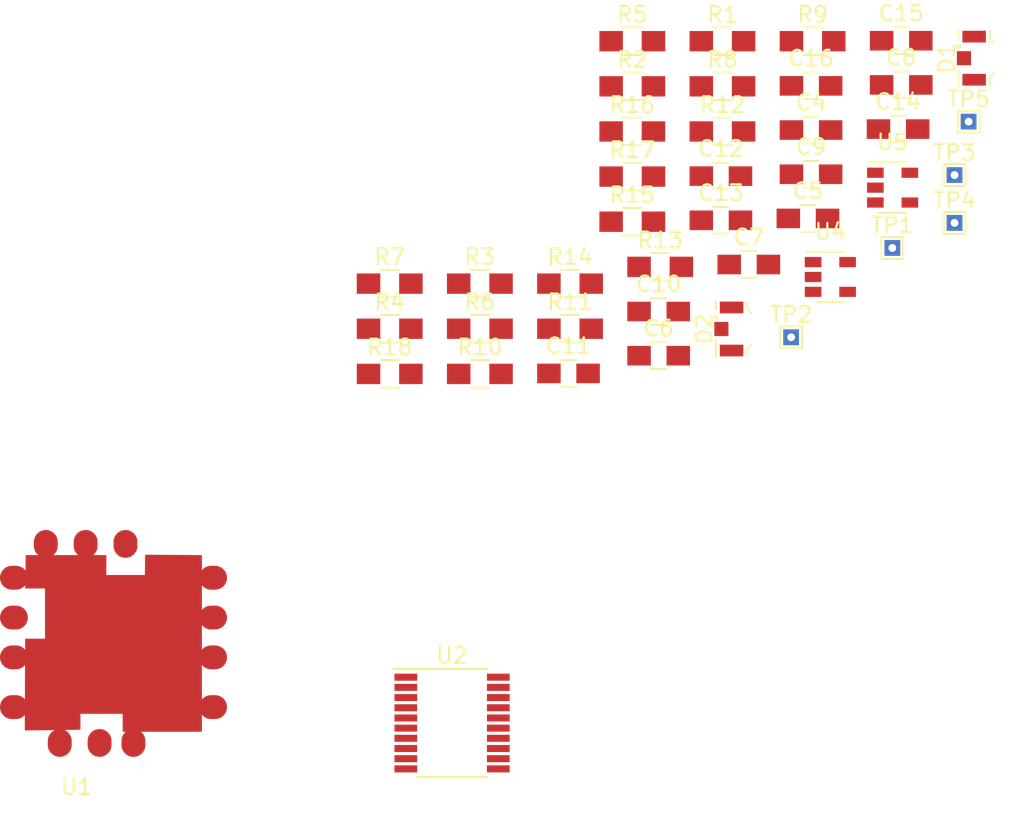
<source format=kicad_pcb>
(kicad_pcb (version 20171130) (host pcbnew "(5.1.10)-1")

  (general
    (thickness 1.6)
    (drawings 0)
    (tracks 0)
    (zones 0)
    (modules 42)
    (nets 27)
  )

  (page A4)
  (layers
    (0 F.Cu signal)
    (31 B.Cu signal)
    (32 B.Adhes user)
    (33 F.Adhes user)
    (34 B.Paste user)
    (35 F.Paste user)
    (36 B.SilkS user)
    (37 F.SilkS user)
    (38 B.Mask user)
    (39 F.Mask user)
    (40 Dwgs.User user)
    (41 Cmts.User user)
    (42 Eco1.User user)
    (43 Eco2.User user)
    (44 Edge.Cuts user)
    (45 Margin user)
    (46 B.CrtYd user)
    (47 F.CrtYd user)
    (48 B.Fab user)
    (49 F.Fab user)
  )

  (setup
    (last_trace_width 0.25)
    (trace_clearance 0.2)
    (zone_clearance 0.508)
    (zone_45_only no)
    (trace_min 0.2)
    (via_size 0.8)
    (via_drill 0.4)
    (via_min_size 0.4)
    (via_min_drill 0.3)
    (uvia_size 0.3)
    (uvia_drill 0.1)
    (uvias_allowed no)
    (uvia_min_size 0.2)
    (uvia_min_drill 0.1)
    (edge_width 0.05)
    (segment_width 0.2)
    (pcb_text_width 0.3)
    (pcb_text_size 1.5 1.5)
    (mod_edge_width 0.12)
    (mod_text_size 1 1)
    (mod_text_width 0.15)
    (pad_size 1.524 1.524)
    (pad_drill 0.762)
    (pad_to_mask_clearance 0)
    (aux_axis_origin 0 0)
    (visible_elements 7FFFFFFF)
    (pcbplotparams
      (layerselection 0x010fc_ffffffff)
      (usegerberextensions false)
      (usegerberattributes true)
      (usegerberadvancedattributes true)
      (creategerberjobfile true)
      (excludeedgelayer true)
      (linewidth 0.100000)
      (plotframeref false)
      (viasonmask false)
      (mode 1)
      (useauxorigin false)
      (hpglpennumber 1)
      (hpglpenspeed 20)
      (hpglpendiameter 15.000000)
      (psnegative false)
      (psa4output false)
      (plotreference true)
      (plotvalue true)
      (plotinvisibletext false)
      (padsonsilk false)
      (subtractmaskfromsilk false)
      (outputformat 1)
      (mirror false)
      (drillshape 1)
      (scaleselection 1)
      (outputdirectory ""))
  )

  (net 0 "")
  (net 1 "Net-(C4-Pad1)")
  (net 2 GND)
  (net 3 VCC)
  (net 4 "Net-(C6-Pad2)")
  (net 5 +5V)
  (net 6 +3V0)
  (net 7 "Net-(C8-Pad2)")
  (net 8 "Net-(C16-Pad1)")
  (net 9 "Net-(C16-Pad2)")
  (net 10 "Net-(D1-Pad1)")
  (net 11 "Net-(D2-Pad1)")
  (net 12 "Net-(C1-Pad1)")
  (net 13 "Net-(C2-Pad1)")
  (net 14 "Net-(C3-Pad1)")
  (net 15 "Net-(R3-Pad1)")
  (net 16 "Net-(R3-Pad2)")
  (net 17 "Net-(J1-Pad1)")
  (net 18 "Net-(R13-Pad1)")
  (net 19 "Net-(R6-Pad1)")
  (net 20 "Net-(R7-Pad1)")
  (net 21 "Net-(R8-Pad1)")
  (net 22 "Net-(R13-Pad2)")
  (net 23 "Net-(J2-Pad1)")
  (net 24 "Net-(J2-Pad3)")
  (net 25 "Net-(TP3-Pad1)")
  (net 26 "Net-(J2-Pad2)")

  (net_class Default "This is the default net class."
    (clearance 0.2)
    (trace_width 0.25)
    (via_dia 0.8)
    (via_drill 0.4)
    (uvia_dia 0.3)
    (uvia_drill 0.1)
    (add_net +3V0)
    (add_net +5V)
    (add_net GND)
    (add_net "Net-(C1-Pad1)")
    (add_net "Net-(C16-Pad1)")
    (add_net "Net-(C16-Pad2)")
    (add_net "Net-(C2-Pad1)")
    (add_net "Net-(C3-Pad1)")
    (add_net "Net-(C4-Pad1)")
    (add_net "Net-(C6-Pad2)")
    (add_net "Net-(C8-Pad2)")
    (add_net "Net-(D1-Pad1)")
    (add_net "Net-(D2-Pad1)")
    (add_net "Net-(J1-Pad1)")
    (add_net "Net-(J2-Pad1)")
    (add_net "Net-(J2-Pad2)")
    (add_net "Net-(J2-Pad3)")
    (add_net "Net-(R13-Pad1)")
    (add_net "Net-(R13-Pad2)")
    (add_net "Net-(R3-Pad1)")
    (add_net "Net-(R3-Pad2)")
    (add_net "Net-(R6-Pad1)")
    (add_net "Net-(R7-Pad1)")
    (add_net "Net-(R8-Pad1)")
    (add_net "Net-(TP3-Pad1)")
    (add_net VCC)
  )

  (module Housings_SSOP:TSSOP-20_4.4x6.5mm_Pitch0.65mm (layer F.Cu) (tedit 54130A77) (tstamp 60A21FF3)
    (at 128.27 91.44)
    (descr "20-Lead Plastic Thin Shrink Small Outline (ST)-4.4 mm Body [TSSOP] (see Microchip Packaging Specification 00000049BS.pdf)")
    (tags "SSOP 0.65")
    (path /60A11BE6)
    (attr smd)
    (fp_text reference U2 (at 0 -4.3) (layer F.SilkS)
      (effects (font (size 1 1) (thickness 0.15)))
    )
    (fp_text value LMX2332 (at 0 4.3) (layer F.Fab)
      (effects (font (size 1 1) (thickness 0.15)))
    )
    (fp_line (start -3.75 -3.45) (end 2.225 -3.45) (layer F.SilkS) (width 0.15))
    (fp_line (start -2.225 3.45) (end 2.225 3.45) (layer F.SilkS) (width 0.15))
    (fp_line (start -3.95 3.55) (end 3.95 3.55) (layer F.CrtYd) (width 0.05))
    (fp_line (start -3.95 -3.55) (end 3.95 -3.55) (layer F.CrtYd) (width 0.05))
    (fp_line (start 3.95 -3.55) (end 3.95 3.55) (layer F.CrtYd) (width 0.05))
    (fp_line (start -3.95 -3.55) (end -3.95 3.55) (layer F.CrtYd) (width 0.05))
    (fp_line (start -2.2 -2.25) (end -1.2 -3.25) (layer F.Fab) (width 0.15))
    (fp_line (start -2.2 3.25) (end -2.2 -2.25) (layer F.Fab) (width 0.15))
    (fp_line (start 2.2 3.25) (end -2.2 3.25) (layer F.Fab) (width 0.15))
    (fp_line (start 2.2 -3.25) (end 2.2 3.25) (layer F.Fab) (width 0.15))
    (fp_line (start -1.2 -3.25) (end 2.2 -3.25) (layer F.Fab) (width 0.15))
    (fp_text user %R (at 0 0) (layer F.Fab)
      (effects (font (size 0.8 0.8) (thickness 0.15)))
    )
    (pad 20 smd rect (at 2.95 -2.925) (size 1.45 0.45) (layers F.Cu F.Paste F.Mask)
      (net 5 +5V))
    (pad 19 smd rect (at 2.95 -2.275) (size 1.45 0.45) (layers F.Cu F.Paste F.Mask)
      (net 5 +5V))
    (pad 18 smd rect (at 2.95 -1.625) (size 1.45 0.45) (layers F.Cu F.Paste F.Mask)
      (net 21 "Net-(R8-Pad1)"))
    (pad 17 smd rect (at 2.95 -0.975) (size 1.45 0.45) (layers F.Cu F.Paste F.Mask)
      (net 2 GND))
    (pad 16 smd rect (at 2.95 -0.325) (size 1.45 0.45) (layers F.Cu F.Paste F.Mask)
      (net 20 "Net-(R7-Pad1)"))
    (pad 15 smd rect (at 2.95 0.325) (size 1.45 0.45) (layers F.Cu F.Paste F.Mask)
      (net 19 "Net-(R6-Pad1)"))
    (pad 14 smd rect (at 2.95 0.975) (size 1.45 0.45) (layers F.Cu F.Paste F.Mask)
      (net 2 GND))
    (pad 13 smd rect (at 2.95 1.625) (size 1.45 0.45) (layers F.Cu F.Paste F.Mask)
      (net 23 "Net-(J2-Pad1)"))
    (pad 12 smd rect (at 2.95 2.275) (size 1.45 0.45) (layers F.Cu F.Paste F.Mask)
      (net 26 "Net-(J2-Pad2)"))
    (pad 11 smd rect (at 2.95 2.925) (size 1.45 0.45) (layers F.Cu F.Paste F.Mask)
      (net 24 "Net-(J2-Pad3)"))
    (pad 10 smd rect (at -2.95 2.925) (size 1.45 0.45) (layers F.Cu F.Paste F.Mask)
      (net 25 "Net-(TP3-Pad1)"))
    (pad 9 smd rect (at -2.95 2.275) (size 1.45 0.45) (layers F.Cu F.Paste F.Mask)
      (net 2 GND))
    (pad 8 smd rect (at -2.95 1.625) (size 1.45 0.45) (layers F.Cu F.Paste F.Mask)
      (net 8 "Net-(C16-Pad1)"))
    (pad 7 smd rect (at -2.95 0.975) (size 1.45 0.45) (layers F.Cu F.Paste F.Mask)
      (net 2 GND))
    (pad 6 smd rect (at -2.95 0.325) (size 1.45 0.45) (layers F.Cu F.Paste F.Mask)
      (net 1 "Net-(C4-Pad1)"))
    (pad 5 smd rect (at -2.95 -0.325) (size 1.45 0.45) (layers F.Cu F.Paste F.Mask)
      (net 22 "Net-(R13-Pad2)"))
    (pad 4 smd rect (at -2.95 -0.975) (size 1.45 0.45) (layers F.Cu F.Paste F.Mask)
      (net 2 GND))
    (pad 3 smd rect (at -2.95 -1.625) (size 1.45 0.45) (layers F.Cu F.Paste F.Mask)
      (net 12 "Net-(C1-Pad1)"))
    (pad 2 smd rect (at -2.95 -2.275) (size 1.45 0.45) (layers F.Cu F.Paste F.Mask)
      (net 5 +5V))
    (pad 1 smd rect (at -2.95 -2.925) (size 1.45 0.45) (layers F.Cu F.Paste F.Mask)
      (net 5 +5V))
    (model ${KISYS3DMOD}/Housings_SSOP.3dshapes/TSSOP-20_4.4x6.5mm_Pitch0.65mm.wrl
      (at (xyz 0 0 0))
      (scale (xyz 1 1 1))
      (rotate (xyz 0 0 0))
    )
  )

  (module Capacitors_SMD:C_0805_HandSoldering (layer F.Cu) (tedit 58AA84A8) (tstamp 60DD8EB2)
    (at 151.165001 53.600001)
    (descr "Capacitor SMD 0805, hand soldering")
    (tags "capacitor 0805")
    (path /60AADFE5)
    (attr smd)
    (fp_text reference C4 (at 0 -1.75) (layer F.SilkS)
      (effects (font (size 1 1) (thickness 0.15)))
    )
    (fp_text value 1000pF (at 0 1.75) (layer F.Fab)
      (effects (font (size 1 1) (thickness 0.15)))
    )
    (fp_line (start 2.25 0.87) (end -2.25 0.87) (layer F.CrtYd) (width 0.05))
    (fp_line (start 2.25 0.87) (end 2.25 -0.88) (layer F.CrtYd) (width 0.05))
    (fp_line (start -2.25 -0.88) (end -2.25 0.87) (layer F.CrtYd) (width 0.05))
    (fp_line (start -2.25 -0.88) (end 2.25 -0.88) (layer F.CrtYd) (width 0.05))
    (fp_line (start -0.5 0.85) (end 0.5 0.85) (layer F.SilkS) (width 0.12))
    (fp_line (start 0.5 -0.85) (end -0.5 -0.85) (layer F.SilkS) (width 0.12))
    (fp_line (start -1 -0.62) (end 1 -0.62) (layer F.Fab) (width 0.1))
    (fp_line (start 1 -0.62) (end 1 0.62) (layer F.Fab) (width 0.1))
    (fp_line (start 1 0.62) (end -1 0.62) (layer F.Fab) (width 0.1))
    (fp_line (start -1 0.62) (end -1 -0.62) (layer F.Fab) (width 0.1))
    (fp_text user %R (at 0 -1.75) (layer F.Fab)
      (effects (font (size 1 1) (thickness 0.15)))
    )
    (pad 1 smd rect (at -1.25 0) (size 1.5 1.25) (layers F.Cu F.Paste F.Mask)
      (net 1 "Net-(C4-Pad1)"))
    (pad 2 smd rect (at 1.25 0) (size 1.5 1.25) (layers F.Cu F.Paste F.Mask)
      (net 2 GND))
    (model Capacitors_SMD.3dshapes/C_0805.wrl
      (at (xyz 0 0 0))
      (scale (xyz 1 1 1))
      (rotate (xyz 0 0 0))
    )
  )

  (module Capacitors_SMD:C_0805_HandSoldering (layer F.Cu) (tedit 58AA84A8) (tstamp 60DD8EC3)
    (at 150.965001 59.240001)
    (descr "Capacitor SMD 0805, hand soldering")
    (tags "capacitor 0805")
    (path /60A9FDC0)
    (attr smd)
    (fp_text reference C5 (at 0 -1.75) (layer F.SilkS)
      (effects (font (size 1 1) (thickness 0.15)))
    )
    (fp_text value 10uF (at 0 1.75) (layer F.Fab)
      (effects (font (size 1 1) (thickness 0.15)))
    )
    (fp_text user %R (at 0 -1.75) (layer F.Fab)
      (effects (font (size 1 1) (thickness 0.15)))
    )
    (fp_line (start -1 0.62) (end -1 -0.62) (layer F.Fab) (width 0.1))
    (fp_line (start 1 0.62) (end -1 0.62) (layer F.Fab) (width 0.1))
    (fp_line (start 1 -0.62) (end 1 0.62) (layer F.Fab) (width 0.1))
    (fp_line (start -1 -0.62) (end 1 -0.62) (layer F.Fab) (width 0.1))
    (fp_line (start 0.5 -0.85) (end -0.5 -0.85) (layer F.SilkS) (width 0.12))
    (fp_line (start -0.5 0.85) (end 0.5 0.85) (layer F.SilkS) (width 0.12))
    (fp_line (start -2.25 -0.88) (end 2.25 -0.88) (layer F.CrtYd) (width 0.05))
    (fp_line (start -2.25 -0.88) (end -2.25 0.87) (layer F.CrtYd) (width 0.05))
    (fp_line (start 2.25 0.87) (end 2.25 -0.88) (layer F.CrtYd) (width 0.05))
    (fp_line (start 2.25 0.87) (end -2.25 0.87) (layer F.CrtYd) (width 0.05))
    (pad 2 smd rect (at 1.25 0) (size 1.5 1.25) (layers F.Cu F.Paste F.Mask)
      (net 2 GND))
    (pad 1 smd rect (at -1.25 0) (size 1.5 1.25) (layers F.Cu F.Paste F.Mask)
      (net 3 VCC))
    (model Capacitors_SMD.3dshapes/C_0805.wrl
      (at (xyz 0 0 0))
      (scale (xyz 1 1 1))
      (rotate (xyz 0 0 0))
    )
  )

  (module Capacitors_SMD:C_0805_HandSoldering (layer F.Cu) (tedit 58AA84A8) (tstamp 60DD8ED4)
    (at 141.445001 68.000001)
    (descr "Capacitor SMD 0805, hand soldering")
    (tags "capacitor 0805")
    (path /60BC0650)
    (attr smd)
    (fp_text reference C6 (at 0 -1.75) (layer F.SilkS)
      (effects (font (size 1 1) (thickness 0.15)))
    )
    (fp_text value 0.01uF (at 0 1.75) (layer F.Fab)
      (effects (font (size 1 1) (thickness 0.15)))
    )
    (fp_text user %R (at 0 -1.75) (layer F.Fab)
      (effects (font (size 1 1) (thickness 0.15)))
    )
    (fp_line (start -1 0.62) (end -1 -0.62) (layer F.Fab) (width 0.1))
    (fp_line (start 1 0.62) (end -1 0.62) (layer F.Fab) (width 0.1))
    (fp_line (start 1 -0.62) (end 1 0.62) (layer F.Fab) (width 0.1))
    (fp_line (start -1 -0.62) (end 1 -0.62) (layer F.Fab) (width 0.1))
    (fp_line (start 0.5 -0.85) (end -0.5 -0.85) (layer F.SilkS) (width 0.12))
    (fp_line (start -0.5 0.85) (end 0.5 0.85) (layer F.SilkS) (width 0.12))
    (fp_line (start -2.25 -0.88) (end 2.25 -0.88) (layer F.CrtYd) (width 0.05))
    (fp_line (start -2.25 -0.88) (end -2.25 0.87) (layer F.CrtYd) (width 0.05))
    (fp_line (start 2.25 0.87) (end 2.25 -0.88) (layer F.CrtYd) (width 0.05))
    (fp_line (start 2.25 0.87) (end -2.25 0.87) (layer F.CrtYd) (width 0.05))
    (pad 2 smd rect (at 1.25 0) (size 1.5 1.25) (layers F.Cu F.Paste F.Mask)
      (net 4 "Net-(C6-Pad2)"))
    (pad 1 smd rect (at -1.25 0) (size 1.5 1.25) (layers F.Cu F.Paste F.Mask)
      (net 5 +5V))
    (model Capacitors_SMD.3dshapes/C_0805.wrl
      (at (xyz 0 0 0))
      (scale (xyz 1 1 1))
      (rotate (xyz 0 0 0))
    )
  )

  (module Capacitors_SMD:C_0805_HandSoldering (layer F.Cu) (tedit 58AA84A8) (tstamp 60DD8EE5)
    (at 147.195001 62.180001)
    (descr "Capacitor SMD 0805, hand soldering")
    (tags "capacitor 0805")
    (path /60BC0D25)
    (attr smd)
    (fp_text reference C7 (at 0 -1.75) (layer F.SilkS)
      (effects (font (size 1 1) (thickness 0.15)))
    )
    (fp_text value 10u (at 0 1.75) (layer F.Fab)
      (effects (font (size 1 1) (thickness 0.15)))
    )
    (fp_line (start 2.25 0.87) (end -2.25 0.87) (layer F.CrtYd) (width 0.05))
    (fp_line (start 2.25 0.87) (end 2.25 -0.88) (layer F.CrtYd) (width 0.05))
    (fp_line (start -2.25 -0.88) (end -2.25 0.87) (layer F.CrtYd) (width 0.05))
    (fp_line (start -2.25 -0.88) (end 2.25 -0.88) (layer F.CrtYd) (width 0.05))
    (fp_line (start -0.5 0.85) (end 0.5 0.85) (layer F.SilkS) (width 0.12))
    (fp_line (start 0.5 -0.85) (end -0.5 -0.85) (layer F.SilkS) (width 0.12))
    (fp_line (start -1 -0.62) (end 1 -0.62) (layer F.Fab) (width 0.1))
    (fp_line (start 1 -0.62) (end 1 0.62) (layer F.Fab) (width 0.1))
    (fp_line (start 1 0.62) (end -1 0.62) (layer F.Fab) (width 0.1))
    (fp_line (start -1 0.62) (end -1 -0.62) (layer F.Fab) (width 0.1))
    (fp_text user %R (at 0 -1.75) (layer F.Fab)
      (effects (font (size 1 1) (thickness 0.15)))
    )
    (pad 1 smd rect (at -1.25 0) (size 1.5 1.25) (layers F.Cu F.Paste F.Mask)
      (net 5 +5V))
    (pad 2 smd rect (at 1.25 0) (size 1.5 1.25) (layers F.Cu F.Paste F.Mask)
      (net 2 GND))
    (model Capacitors_SMD.3dshapes/C_0805.wrl
      (at (xyz 0 0 0))
      (scale (xyz 1 1 1))
      (rotate (xyz 0 0 0))
    )
  )

  (module Capacitors_SMD:C_0805_HandSoldering (layer F.Cu) (tedit 58AA84A8) (tstamp 60DD8EF6)
    (at 156.915001 50.720001)
    (descr "Capacitor SMD 0805, hand soldering")
    (tags "capacitor 0805")
    (path /60BF0BCB)
    (attr smd)
    (fp_text reference C8 (at 0 -1.75) (layer F.SilkS)
      (effects (font (size 1 1) (thickness 0.15)))
    )
    (fp_text value 0.01uF (at 0 1.75) (layer F.Fab)
      (effects (font (size 1 1) (thickness 0.15)))
    )
    (fp_line (start 2.25 0.87) (end -2.25 0.87) (layer F.CrtYd) (width 0.05))
    (fp_line (start 2.25 0.87) (end 2.25 -0.88) (layer F.CrtYd) (width 0.05))
    (fp_line (start -2.25 -0.88) (end -2.25 0.87) (layer F.CrtYd) (width 0.05))
    (fp_line (start -2.25 -0.88) (end 2.25 -0.88) (layer F.CrtYd) (width 0.05))
    (fp_line (start -0.5 0.85) (end 0.5 0.85) (layer F.SilkS) (width 0.12))
    (fp_line (start 0.5 -0.85) (end -0.5 -0.85) (layer F.SilkS) (width 0.12))
    (fp_line (start -1 -0.62) (end 1 -0.62) (layer F.Fab) (width 0.1))
    (fp_line (start 1 -0.62) (end 1 0.62) (layer F.Fab) (width 0.1))
    (fp_line (start 1 0.62) (end -1 0.62) (layer F.Fab) (width 0.1))
    (fp_line (start -1 0.62) (end -1 -0.62) (layer F.Fab) (width 0.1))
    (fp_text user %R (at 0 -1.75) (layer F.Fab)
      (effects (font (size 1 1) (thickness 0.15)))
    )
    (pad 1 smd rect (at -1.25 0) (size 1.5 1.25) (layers F.Cu F.Paste F.Mask)
      (net 6 +3V0))
    (pad 2 smd rect (at 1.25 0) (size 1.5 1.25) (layers F.Cu F.Paste F.Mask)
      (net 7 "Net-(C8-Pad2)"))
    (model Capacitors_SMD.3dshapes/C_0805.wrl
      (at (xyz 0 0 0))
      (scale (xyz 1 1 1))
      (rotate (xyz 0 0 0))
    )
  )

  (module Capacitors_SMD:C_0805_HandSoldering (layer F.Cu) (tedit 58AA84A8) (tstamp 60DD8F07)
    (at 151.165001 56.420001)
    (descr "Capacitor SMD 0805, hand soldering")
    (tags "capacitor 0805")
    (path /60BBFEA0)
    (attr smd)
    (fp_text reference C9 (at 0 -1.75) (layer F.SilkS)
      (effects (font (size 1 1) (thickness 0.15)))
    )
    (fp_text value 10u (at 0 1.75) (layer F.Fab)
      (effects (font (size 1 1) (thickness 0.15)))
    )
    (fp_text user %R (at 0 -1.75) (layer F.Fab)
      (effects (font (size 1 1) (thickness 0.15)))
    )
    (fp_line (start -1 0.62) (end -1 -0.62) (layer F.Fab) (width 0.1))
    (fp_line (start 1 0.62) (end -1 0.62) (layer F.Fab) (width 0.1))
    (fp_line (start 1 -0.62) (end 1 0.62) (layer F.Fab) (width 0.1))
    (fp_line (start -1 -0.62) (end 1 -0.62) (layer F.Fab) (width 0.1))
    (fp_line (start 0.5 -0.85) (end -0.5 -0.85) (layer F.SilkS) (width 0.12))
    (fp_line (start -0.5 0.85) (end 0.5 0.85) (layer F.SilkS) (width 0.12))
    (fp_line (start -2.25 -0.88) (end 2.25 -0.88) (layer F.CrtYd) (width 0.05))
    (fp_line (start -2.25 -0.88) (end -2.25 0.87) (layer F.CrtYd) (width 0.05))
    (fp_line (start 2.25 0.87) (end 2.25 -0.88) (layer F.CrtYd) (width 0.05))
    (fp_line (start 2.25 0.87) (end -2.25 0.87) (layer F.CrtYd) (width 0.05))
    (pad 2 smd rect (at 1.25 0) (size 1.5 1.25) (layers F.Cu F.Paste F.Mask)
      (net 2 GND))
    (pad 1 smd rect (at -1.25 0) (size 1.5 1.25) (layers F.Cu F.Paste F.Mask)
      (net 3 VCC))
    (model Capacitors_SMD.3dshapes/C_0805.wrl
      (at (xyz 0 0 0))
      (scale (xyz 1 1 1))
      (rotate (xyz 0 0 0))
    )
  )

  (module Capacitors_SMD:C_0805_HandSoldering (layer F.Cu) (tedit 58AA84A8) (tstamp 60DD8F18)
    (at 141.445001 65.180001)
    (descr "Capacitor SMD 0805, hand soldering")
    (tags "capacitor 0805")
    (path /60BF0BD1)
    (attr smd)
    (fp_text reference C10 (at 0 -1.75) (layer F.SilkS)
      (effects (font (size 1 1) (thickness 0.15)))
    )
    (fp_text value 10u (at 0 1.75) (layer F.Fab)
      (effects (font (size 1 1) (thickness 0.15)))
    )
    (fp_text user %R (at 0 -1.75) (layer F.Fab)
      (effects (font (size 1 1) (thickness 0.15)))
    )
    (fp_line (start -1 0.62) (end -1 -0.62) (layer F.Fab) (width 0.1))
    (fp_line (start 1 0.62) (end -1 0.62) (layer F.Fab) (width 0.1))
    (fp_line (start 1 -0.62) (end 1 0.62) (layer F.Fab) (width 0.1))
    (fp_line (start -1 -0.62) (end 1 -0.62) (layer F.Fab) (width 0.1))
    (fp_line (start 0.5 -0.85) (end -0.5 -0.85) (layer F.SilkS) (width 0.12))
    (fp_line (start -0.5 0.85) (end 0.5 0.85) (layer F.SilkS) (width 0.12))
    (fp_line (start -2.25 -0.88) (end 2.25 -0.88) (layer F.CrtYd) (width 0.05))
    (fp_line (start -2.25 -0.88) (end -2.25 0.87) (layer F.CrtYd) (width 0.05))
    (fp_line (start 2.25 0.87) (end 2.25 -0.88) (layer F.CrtYd) (width 0.05))
    (fp_line (start 2.25 0.87) (end -2.25 0.87) (layer F.CrtYd) (width 0.05))
    (pad 2 smd rect (at 1.25 0) (size 1.5 1.25) (layers F.Cu F.Paste F.Mask)
      (net 2 GND))
    (pad 1 smd rect (at -1.25 0) (size 1.5 1.25) (layers F.Cu F.Paste F.Mask)
      (net 6 +3V0))
    (model Capacitors_SMD.3dshapes/C_0805.wrl
      (at (xyz 0 0 0))
      (scale (xyz 1 1 1))
      (rotate (xyz 0 0 0))
    )
  )

  (module Capacitors_SMD:C_0805_HandSoldering (layer F.Cu) (tedit 58AA84A8) (tstamp 60DD8F29)
    (at 135.695001 69.130001)
    (descr "Capacitor SMD 0805, hand soldering")
    (tags "capacitor 0805")
    (path /60BF0BC5)
    (attr smd)
    (fp_text reference C11 (at 0 -1.75) (layer F.SilkS)
      (effects (font (size 1 1) (thickness 0.15)))
    )
    (fp_text value 10u (at 0 1.75) (layer F.Fab)
      (effects (font (size 1 1) (thickness 0.15)))
    )
    (fp_text user %R (at 0 -1.75) (layer F.Fab)
      (effects (font (size 1 1) (thickness 0.15)))
    )
    (fp_line (start -1 0.62) (end -1 -0.62) (layer F.Fab) (width 0.1))
    (fp_line (start 1 0.62) (end -1 0.62) (layer F.Fab) (width 0.1))
    (fp_line (start 1 -0.62) (end 1 0.62) (layer F.Fab) (width 0.1))
    (fp_line (start -1 -0.62) (end 1 -0.62) (layer F.Fab) (width 0.1))
    (fp_line (start 0.5 -0.85) (end -0.5 -0.85) (layer F.SilkS) (width 0.12))
    (fp_line (start -0.5 0.85) (end 0.5 0.85) (layer F.SilkS) (width 0.12))
    (fp_line (start -2.25 -0.88) (end 2.25 -0.88) (layer F.CrtYd) (width 0.05))
    (fp_line (start -2.25 -0.88) (end -2.25 0.87) (layer F.CrtYd) (width 0.05))
    (fp_line (start 2.25 0.87) (end 2.25 -0.88) (layer F.CrtYd) (width 0.05))
    (fp_line (start 2.25 0.87) (end -2.25 0.87) (layer F.CrtYd) (width 0.05))
    (pad 2 smd rect (at 1.25 0) (size 1.5 1.25) (layers F.Cu F.Paste F.Mask)
      (net 2 GND))
    (pad 1 smd rect (at -1.25 0) (size 1.5 1.25) (layers F.Cu F.Paste F.Mask)
      (net 3 VCC))
    (model Capacitors_SMD.3dshapes/C_0805.wrl
      (at (xyz 0 0 0))
      (scale (xyz 1 1 1))
      (rotate (xyz 0 0 0))
    )
  )

  (module Capacitors_SMD:C_0805_HandSoldering (layer F.Cu) (tedit 58AA84A8) (tstamp 60DD8F3A)
    (at 145.415001 56.540001)
    (descr "Capacitor SMD 0805, hand soldering")
    (tags "capacitor 0805")
    (path /60C07F1A)
    (attr smd)
    (fp_text reference C12 (at 0 -1.75) (layer F.SilkS)
      (effects (font (size 1 1) (thickness 0.15)))
    )
    (fp_text value 0.01uF (at 0 1.75) (layer F.Fab)
      (effects (font (size 1 1) (thickness 0.15)))
    )
    (fp_line (start 2.25 0.87) (end -2.25 0.87) (layer F.CrtYd) (width 0.05))
    (fp_line (start 2.25 0.87) (end 2.25 -0.88) (layer F.CrtYd) (width 0.05))
    (fp_line (start -2.25 -0.88) (end -2.25 0.87) (layer F.CrtYd) (width 0.05))
    (fp_line (start -2.25 -0.88) (end 2.25 -0.88) (layer F.CrtYd) (width 0.05))
    (fp_line (start -0.5 0.85) (end 0.5 0.85) (layer F.SilkS) (width 0.12))
    (fp_line (start 0.5 -0.85) (end -0.5 -0.85) (layer F.SilkS) (width 0.12))
    (fp_line (start -1 -0.62) (end 1 -0.62) (layer F.Fab) (width 0.1))
    (fp_line (start 1 -0.62) (end 1 0.62) (layer F.Fab) (width 0.1))
    (fp_line (start 1 0.62) (end -1 0.62) (layer F.Fab) (width 0.1))
    (fp_line (start -1 0.62) (end -1 -0.62) (layer F.Fab) (width 0.1))
    (fp_text user %R (at 0 -1.75) (layer F.Fab)
      (effects (font (size 1 1) (thickness 0.15)))
    )
    (pad 1 smd rect (at -1.25 0) (size 1.5 1.25) (layers F.Cu F.Paste F.Mask)
      (net 5 +5V))
    (pad 2 smd rect (at 1.25 0) (size 1.5 1.25) (layers F.Cu F.Paste F.Mask)
      (net 2 GND))
    (model Capacitors_SMD.3dshapes/C_0805.wrl
      (at (xyz 0 0 0))
      (scale (xyz 1 1 1))
      (rotate (xyz 0 0 0))
    )
  )

  (module Capacitors_SMD:C_0805_HandSoldering (layer F.Cu) (tedit 58AA84A8) (tstamp 60DD8F4B)
    (at 145.415001 59.360001)
    (descr "Capacitor SMD 0805, hand soldering")
    (tags "capacitor 0805")
    (path /60BDFB14)
    (attr smd)
    (fp_text reference C13 (at 0 -1.75) (layer F.SilkS)
      (effects (font (size 1 1) (thickness 0.15)))
    )
    (fp_text value 0.01uF (at 0 1.75) (layer F.Fab)
      (effects (font (size 1 1) (thickness 0.15)))
    )
    (fp_text user %R (at 0 -1.75) (layer F.Fab)
      (effects (font (size 1 1) (thickness 0.15)))
    )
    (fp_line (start -1 0.62) (end -1 -0.62) (layer F.Fab) (width 0.1))
    (fp_line (start 1 0.62) (end -1 0.62) (layer F.Fab) (width 0.1))
    (fp_line (start 1 -0.62) (end 1 0.62) (layer F.Fab) (width 0.1))
    (fp_line (start -1 -0.62) (end 1 -0.62) (layer F.Fab) (width 0.1))
    (fp_line (start 0.5 -0.85) (end -0.5 -0.85) (layer F.SilkS) (width 0.12))
    (fp_line (start -0.5 0.85) (end 0.5 0.85) (layer F.SilkS) (width 0.12))
    (fp_line (start -2.25 -0.88) (end 2.25 -0.88) (layer F.CrtYd) (width 0.05))
    (fp_line (start -2.25 -0.88) (end -2.25 0.87) (layer F.CrtYd) (width 0.05))
    (fp_line (start 2.25 0.87) (end 2.25 -0.88) (layer F.CrtYd) (width 0.05))
    (fp_line (start 2.25 0.87) (end -2.25 0.87) (layer F.CrtYd) (width 0.05))
    (pad 2 smd rect (at 1.25 0) (size 1.5 1.25) (layers F.Cu F.Paste F.Mask)
      (net 2 GND))
    (pad 1 smd rect (at -1.25 0) (size 1.5 1.25) (layers F.Cu F.Paste F.Mask)
      (net 5 +5V))
    (model Capacitors_SMD.3dshapes/C_0805.wrl
      (at (xyz 0 0 0))
      (scale (xyz 1 1 1))
      (rotate (xyz 0 0 0))
    )
  )

  (module Capacitors_SMD:C_0805_HandSoldering (layer F.Cu) (tedit 58AA84A8) (tstamp 60DD8F5C)
    (at 156.715001 53.540001)
    (descr "Capacitor SMD 0805, hand soldering")
    (tags "capacitor 0805")
    (path /60C08362)
    (attr smd)
    (fp_text reference C14 (at 0 -1.75) (layer F.SilkS)
      (effects (font (size 1 1) (thickness 0.15)))
    )
    (fp_text value 100pF (at 0 1.75) (layer F.Fab)
      (effects (font (size 1 1) (thickness 0.15)))
    )
    (fp_text user %R (at 0 -1.75) (layer F.Fab)
      (effects (font (size 1 1) (thickness 0.15)))
    )
    (fp_line (start -1 0.62) (end -1 -0.62) (layer F.Fab) (width 0.1))
    (fp_line (start 1 0.62) (end -1 0.62) (layer F.Fab) (width 0.1))
    (fp_line (start 1 -0.62) (end 1 0.62) (layer F.Fab) (width 0.1))
    (fp_line (start -1 -0.62) (end 1 -0.62) (layer F.Fab) (width 0.1))
    (fp_line (start 0.5 -0.85) (end -0.5 -0.85) (layer F.SilkS) (width 0.12))
    (fp_line (start -0.5 0.85) (end 0.5 0.85) (layer F.SilkS) (width 0.12))
    (fp_line (start -2.25 -0.88) (end 2.25 -0.88) (layer F.CrtYd) (width 0.05))
    (fp_line (start -2.25 -0.88) (end -2.25 0.87) (layer F.CrtYd) (width 0.05))
    (fp_line (start 2.25 0.87) (end 2.25 -0.88) (layer F.CrtYd) (width 0.05))
    (fp_line (start 2.25 0.87) (end -2.25 0.87) (layer F.CrtYd) (width 0.05))
    (pad 2 smd rect (at 1.25 0) (size 1.5 1.25) (layers F.Cu F.Paste F.Mask)
      (net 2 GND))
    (pad 1 smd rect (at -1.25 0) (size 1.5 1.25) (layers F.Cu F.Paste F.Mask)
      (net 5 +5V))
    (model Capacitors_SMD.3dshapes/C_0805.wrl
      (at (xyz 0 0 0))
      (scale (xyz 1 1 1))
      (rotate (xyz 0 0 0))
    )
  )

  (module Capacitors_SMD:C_0805_HandSoldering (layer F.Cu) (tedit 58AA84A8) (tstamp 60DD8F6D)
    (at 156.915001 47.900001)
    (descr "Capacitor SMD 0805, hand soldering")
    (tags "capacitor 0805")
    (path /60BDF583)
    (attr smd)
    (fp_text reference C15 (at 0 -1.75) (layer F.SilkS)
      (effects (font (size 1 1) (thickness 0.15)))
    )
    (fp_text value 100pF (at 0 1.75) (layer F.Fab)
      (effects (font (size 1 1) (thickness 0.15)))
    )
    (fp_line (start 2.25 0.87) (end -2.25 0.87) (layer F.CrtYd) (width 0.05))
    (fp_line (start 2.25 0.87) (end 2.25 -0.88) (layer F.CrtYd) (width 0.05))
    (fp_line (start -2.25 -0.88) (end -2.25 0.87) (layer F.CrtYd) (width 0.05))
    (fp_line (start -2.25 -0.88) (end 2.25 -0.88) (layer F.CrtYd) (width 0.05))
    (fp_line (start -0.5 0.85) (end 0.5 0.85) (layer F.SilkS) (width 0.12))
    (fp_line (start 0.5 -0.85) (end -0.5 -0.85) (layer F.SilkS) (width 0.12))
    (fp_line (start -1 -0.62) (end 1 -0.62) (layer F.Fab) (width 0.1))
    (fp_line (start 1 -0.62) (end 1 0.62) (layer F.Fab) (width 0.1))
    (fp_line (start 1 0.62) (end -1 0.62) (layer F.Fab) (width 0.1))
    (fp_line (start -1 0.62) (end -1 -0.62) (layer F.Fab) (width 0.1))
    (fp_text user %R (at 0 -1.75) (layer F.Fab)
      (effects (font (size 1 1) (thickness 0.15)))
    )
    (pad 1 smd rect (at -1.25 0) (size 1.5 1.25) (layers F.Cu F.Paste F.Mask)
      (net 5 +5V))
    (pad 2 smd rect (at 1.25 0) (size 1.5 1.25) (layers F.Cu F.Paste F.Mask)
      (net 2 GND))
    (model Capacitors_SMD.3dshapes/C_0805.wrl
      (at (xyz 0 0 0))
      (scale (xyz 1 1 1))
      (rotate (xyz 0 0 0))
    )
  )

  (module Capacitors_SMD:C_0805_HandSoldering (layer F.Cu) (tedit 58AA84A8) (tstamp 60DD8F7E)
    (at 151.165001 50.780001)
    (descr "Capacitor SMD 0805, hand soldering")
    (tags "capacitor 0805")
    (path /60C62D50)
    (attr smd)
    (fp_text reference C16 (at 0 -1.75) (layer F.SilkS)
      (effects (font (size 1 1) (thickness 0.15)))
    )
    (fp_text value 1000pF (at 0 1.75) (layer F.Fab)
      (effects (font (size 1 1) (thickness 0.15)))
    )
    (fp_line (start 2.25 0.87) (end -2.25 0.87) (layer F.CrtYd) (width 0.05))
    (fp_line (start 2.25 0.87) (end 2.25 -0.88) (layer F.CrtYd) (width 0.05))
    (fp_line (start -2.25 -0.88) (end -2.25 0.87) (layer F.CrtYd) (width 0.05))
    (fp_line (start -2.25 -0.88) (end 2.25 -0.88) (layer F.CrtYd) (width 0.05))
    (fp_line (start -0.5 0.85) (end 0.5 0.85) (layer F.SilkS) (width 0.12))
    (fp_line (start 0.5 -0.85) (end -0.5 -0.85) (layer F.SilkS) (width 0.12))
    (fp_line (start -1 -0.62) (end 1 -0.62) (layer F.Fab) (width 0.1))
    (fp_line (start 1 -0.62) (end 1 0.62) (layer F.Fab) (width 0.1))
    (fp_line (start 1 0.62) (end -1 0.62) (layer F.Fab) (width 0.1))
    (fp_line (start -1 0.62) (end -1 -0.62) (layer F.Fab) (width 0.1))
    (fp_text user %R (at 0 -1.75) (layer F.Fab)
      (effects (font (size 1 1) (thickness 0.15)))
    )
    (pad 1 smd rect (at -1.25 0) (size 1.5 1.25) (layers F.Cu F.Paste F.Mask)
      (net 8 "Net-(C16-Pad1)"))
    (pad 2 smd rect (at 1.25 0) (size 1.5 1.25) (layers F.Cu F.Paste F.Mask)
      (net 9 "Net-(C16-Pad2)"))
    (model Capacitors_SMD.3dshapes/C_0805.wrl
      (at (xyz 0 0 0))
      (scale (xyz 1 1 1))
      (rotate (xyz 0 0 0))
    )
  )

  (module LED_SMD:LED_LiteOn_LTST-S326 (layer F.Cu) (tedit 5C4A4FE6) (tstamp 60DD8F97)
    (at 161.565001 49.015001)
    (descr http://optoelectronics.liteon.com/upload/download/DS22-2000-287/LTST-S326KGJRKT.PDF)
    (tags "LED SMD right angle  CCA")
    (path /60BC9DF3)
    (attr smd)
    (fp_text reference D1 (at -1.75 0 90) (layer F.SilkS)
      (effects (font (size 1 1) (thickness 0.15)))
    )
    (fp_text value LED (at 0.25 3) (layer F.Fab)
      (effects (font (size 1 1) (thickness 0.15)))
    )
    (fp_circle (center -1 -0.75) (end -0.9 -0.75) (layer F.SilkS) (width 0.12))
    (fp_line (start 1 1.25) (end 1 1.75) (layer F.SilkS) (width 0.12))
    (fp_line (start -1.35 -2) (end 1.75 -2) (layer F.CrtYd) (width 0.05))
    (fp_line (start -1.35 2) (end -1.35 -2) (layer F.CrtYd) (width 0.05))
    (fp_line (start 1.75 2) (end -1.35 2) (layer F.CrtYd) (width 0.05))
    (fp_line (start 1.75 -2) (end 1.75 2) (layer F.CrtYd) (width 0.05))
    (fp_line (start -1 1.75) (end -1 0.75) (layer F.SilkS) (width 0.12))
    (fp_line (start 1 -1.75) (end 1 -1.25) (layer F.SilkS) (width 0.12))
    (fp_line (start 0.5 1.5) (end 0.5 1) (layer F.Fab) (width 0.1))
    (fp_line (start -0.5 -1.5) (end 0.5 -1.5) (layer F.Fab) (width 0.1))
    (fp_line (start -0.5 -1.5) (end -0.5 1.5) (layer F.Fab) (width 0.1))
    (fp_line (start 0.5 1.5) (end -0.5 1.5) (layer F.Fab) (width 0.1))
    (fp_line (start 0.5 -1.5) (end 0.5 -1) (layer F.Fab) (width 0.1))
    (fp_line (start -1 -1.75) (end -1 -1.25) (layer F.SilkS) (width 0.12))
    (fp_line (start 1 -1.25) (end 1.25 -1) (layer F.SilkS) (width 0.12))
    (fp_line (start 1 1.25) (end 1.25 1) (layer F.SilkS) (width 0.12))
    (fp_arc (start 0.5 0) (end 0.5 -1) (angle 180) (layer F.Fab) (width 0.1))
    (fp_text user %R (at 0 0) (layer F.Fab)
      (effects (font (size 0.8 0.8) (thickness 0.08)))
    )
    (pad 3 smd rect (at 0 1.375 180) (size 1.5 0.75) (layers F.Cu F.Paste F.Mask))
    (pad 1 smd rect (at 0 -1.375 180) (size 1.5 0.75) (layers F.Cu F.Paste F.Mask)
      (net 10 "Net-(D1-Pad1)"))
    (pad 2 smd rect (at -0.65 0 180) (size 0.9 0.9) (layers F.Cu F.Paste F.Mask)
      (net 5 +5V))
    (model ${KISYS3DMOD}/LED_SMD.3dshapes/LED_LiteOn_LTST-S326.wrl
      (at (xyz 0 0 0))
      (scale (xyz 1 1 1))
      (rotate (xyz 0 0 0))
    )
  )

  (module LED_SMD:LED_LiteOn_LTST-S326 (layer F.Cu) (tedit 5C4A4FE6) (tstamp 60DD8FB0)
    (at 146.095001 66.295001)
    (descr http://optoelectronics.liteon.com/upload/download/DS22-2000-287/LTST-S326KGJRKT.PDF)
    (tags "LED SMD right angle  CCA")
    (path /60BCAFDE)
    (attr smd)
    (fp_text reference D2 (at -1.75 0 90) (layer F.SilkS)
      (effects (font (size 1 1) (thickness 0.15)))
    )
    (fp_text value LED (at 0.25 3) (layer F.Fab)
      (effects (font (size 1 1) (thickness 0.15)))
    )
    (fp_text user %R (at 0 0) (layer F.Fab)
      (effects (font (size 0.8 0.8) (thickness 0.08)))
    )
    (fp_arc (start 0.5 0) (end 0.5 -1) (angle 180) (layer F.Fab) (width 0.1))
    (fp_line (start 1 1.25) (end 1.25 1) (layer F.SilkS) (width 0.12))
    (fp_line (start 1 -1.25) (end 1.25 -1) (layer F.SilkS) (width 0.12))
    (fp_line (start -1 -1.75) (end -1 -1.25) (layer F.SilkS) (width 0.12))
    (fp_line (start 0.5 -1.5) (end 0.5 -1) (layer F.Fab) (width 0.1))
    (fp_line (start 0.5 1.5) (end -0.5 1.5) (layer F.Fab) (width 0.1))
    (fp_line (start -0.5 -1.5) (end -0.5 1.5) (layer F.Fab) (width 0.1))
    (fp_line (start -0.5 -1.5) (end 0.5 -1.5) (layer F.Fab) (width 0.1))
    (fp_line (start 0.5 1.5) (end 0.5 1) (layer F.Fab) (width 0.1))
    (fp_line (start 1 -1.75) (end 1 -1.25) (layer F.SilkS) (width 0.12))
    (fp_line (start -1 1.75) (end -1 0.75) (layer F.SilkS) (width 0.12))
    (fp_line (start 1.75 -2) (end 1.75 2) (layer F.CrtYd) (width 0.05))
    (fp_line (start 1.75 2) (end -1.35 2) (layer F.CrtYd) (width 0.05))
    (fp_line (start -1.35 2) (end -1.35 -2) (layer F.CrtYd) (width 0.05))
    (fp_line (start -1.35 -2) (end 1.75 -2) (layer F.CrtYd) (width 0.05))
    (fp_line (start 1 1.25) (end 1 1.75) (layer F.SilkS) (width 0.12))
    (fp_circle (center -1 -0.75) (end -0.9 -0.75) (layer F.SilkS) (width 0.12))
    (pad 2 smd rect (at -0.65 0 180) (size 0.9 0.9) (layers F.Cu F.Paste F.Mask)
      (net 6 +3V0))
    (pad 1 smd rect (at 0 -1.375 180) (size 1.5 0.75) (layers F.Cu F.Paste F.Mask)
      (net 11 "Net-(D2-Pad1)"))
    (pad 3 smd rect (at 0 1.375 180) (size 1.5 0.75) (layers F.Cu F.Paste F.Mask))
    (model ${KISYS3DMOD}/LED_SMD.3dshapes/LED_LiteOn_LTST-S326.wrl
      (at (xyz 0 0 0))
      (scale (xyz 1 1 1))
      (rotate (xyz 0 0 0))
    )
  )

  (module Resistors_SMD:R_0805_HandSoldering (layer F.Cu) (tedit 58E0A804) (tstamp 60DD8FC1)
    (at 145.515001 47.930001)
    (descr "Resistor SMD 0805, hand soldering")
    (tags "resistor 0805")
    (path /60A5E9E0)
    (attr smd)
    (fp_text reference R1 (at 0 -1.7) (layer F.SilkS)
      (effects (font (size 1 1) (thickness 0.15)))
    )
    (fp_text value R_US (at 0 1.75) (layer F.Fab)
      (effects (font (size 1 1) (thickness 0.15)))
    )
    (fp_text user %R (at 0 0) (layer F.Fab)
      (effects (font (size 0.5 0.5) (thickness 0.075)))
    )
    (fp_line (start -1 0.62) (end -1 -0.62) (layer F.Fab) (width 0.1))
    (fp_line (start 1 0.62) (end -1 0.62) (layer F.Fab) (width 0.1))
    (fp_line (start 1 -0.62) (end 1 0.62) (layer F.Fab) (width 0.1))
    (fp_line (start -1 -0.62) (end 1 -0.62) (layer F.Fab) (width 0.1))
    (fp_line (start 0.6 0.88) (end -0.6 0.88) (layer F.SilkS) (width 0.12))
    (fp_line (start -0.6 -0.88) (end 0.6 -0.88) (layer F.SilkS) (width 0.12))
    (fp_line (start -2.35 -0.9) (end 2.35 -0.9) (layer F.CrtYd) (width 0.05))
    (fp_line (start -2.35 -0.9) (end -2.35 0.9) (layer F.CrtYd) (width 0.05))
    (fp_line (start 2.35 0.9) (end 2.35 -0.9) (layer F.CrtYd) (width 0.05))
    (fp_line (start 2.35 0.9) (end -2.35 0.9) (layer F.CrtYd) (width 0.05))
    (pad 2 smd rect (at 1.35 0) (size 1.5 1.3) (layers F.Cu F.Paste F.Mask)
      (net 12 "Net-(C1-Pad1)"))
    (pad 1 smd rect (at -1.35 0) (size 1.5 1.3) (layers F.Cu F.Paste F.Mask)
      (net 13 "Net-(C2-Pad1)"))
    (model ${KISYS3DMOD}/Resistors_SMD.3dshapes/R_0805.wrl
      (at (xyz 0 0 0))
      (scale (xyz 1 1 1))
      (rotate (xyz 0 0 0))
    )
  )

  (module Resistors_SMD:R_0805_HandSoldering (layer F.Cu) (tedit 58E0A804) (tstamp 60DD8FD2)
    (at 139.765001 50.810001)
    (descr "Resistor SMD 0805, hand soldering")
    (tags "resistor 0805")
    (path /60A5DEF9)
    (attr smd)
    (fp_text reference R2 (at 0 -1.7) (layer F.SilkS)
      (effects (font (size 1 1) (thickness 0.15)))
    )
    (fp_text value R_US (at 0 1.75) (layer F.Fab)
      (effects (font (size 1 1) (thickness 0.15)))
    )
    (fp_line (start 2.35 0.9) (end -2.35 0.9) (layer F.CrtYd) (width 0.05))
    (fp_line (start 2.35 0.9) (end 2.35 -0.9) (layer F.CrtYd) (width 0.05))
    (fp_line (start -2.35 -0.9) (end -2.35 0.9) (layer F.CrtYd) (width 0.05))
    (fp_line (start -2.35 -0.9) (end 2.35 -0.9) (layer F.CrtYd) (width 0.05))
    (fp_line (start -0.6 -0.88) (end 0.6 -0.88) (layer F.SilkS) (width 0.12))
    (fp_line (start 0.6 0.88) (end -0.6 0.88) (layer F.SilkS) (width 0.12))
    (fp_line (start -1 -0.62) (end 1 -0.62) (layer F.Fab) (width 0.1))
    (fp_line (start 1 -0.62) (end 1 0.62) (layer F.Fab) (width 0.1))
    (fp_line (start 1 0.62) (end -1 0.62) (layer F.Fab) (width 0.1))
    (fp_line (start -1 0.62) (end -1 -0.62) (layer F.Fab) (width 0.1))
    (fp_text user %R (at 0 0) (layer F.Fab)
      (effects (font (size 0.5 0.5) (thickness 0.075)))
    )
    (pad 1 smd rect (at -1.35 0) (size 1.5 1.3) (layers F.Cu F.Paste F.Mask)
      (net 12 "Net-(C1-Pad1)"))
    (pad 2 smd rect (at 1.35 0) (size 1.5 1.3) (layers F.Cu F.Paste F.Mask)
      (net 14 "Net-(C3-Pad1)"))
    (model ${KISYS3DMOD}/Resistors_SMD.3dshapes/R_0805.wrl
      (at (xyz 0 0 0))
      (scale (xyz 1 1 1))
      (rotate (xyz 0 0 0))
    )
  )

  (module Resistors_SMD:R_0805_HandSoldering (layer F.Cu) (tedit 58E0A804) (tstamp 60DD8FE3)
    (at 130.045001 63.400001)
    (descr "Resistor SMD 0805, hand soldering")
    (tags "resistor 0805")
    (path /60A60DB3)
    (attr smd)
    (fp_text reference R3 (at 0 -1.7) (layer F.SilkS)
      (effects (font (size 1 1) (thickness 0.15)))
    )
    (fp_text value 16.5 (at 0 1.75) (layer F.Fab)
      (effects (font (size 1 1) (thickness 0.15)))
    )
    (fp_line (start 2.35 0.9) (end -2.35 0.9) (layer F.CrtYd) (width 0.05))
    (fp_line (start 2.35 0.9) (end 2.35 -0.9) (layer F.CrtYd) (width 0.05))
    (fp_line (start -2.35 -0.9) (end -2.35 0.9) (layer F.CrtYd) (width 0.05))
    (fp_line (start -2.35 -0.9) (end 2.35 -0.9) (layer F.CrtYd) (width 0.05))
    (fp_line (start -0.6 -0.88) (end 0.6 -0.88) (layer F.SilkS) (width 0.12))
    (fp_line (start 0.6 0.88) (end -0.6 0.88) (layer F.SilkS) (width 0.12))
    (fp_line (start -1 -0.62) (end 1 -0.62) (layer F.Fab) (width 0.1))
    (fp_line (start 1 -0.62) (end 1 0.62) (layer F.Fab) (width 0.1))
    (fp_line (start 1 0.62) (end -1 0.62) (layer F.Fab) (width 0.1))
    (fp_line (start -1 0.62) (end -1 -0.62) (layer F.Fab) (width 0.1))
    (fp_text user %R (at 0 0) (layer F.Fab)
      (effects (font (size 0.5 0.5) (thickness 0.075)))
    )
    (pad 1 smd rect (at -1.35 0) (size 1.5 1.3) (layers F.Cu F.Paste F.Mask)
      (net 15 "Net-(R3-Pad1)"))
    (pad 2 smd rect (at 1.35 0) (size 1.5 1.3) (layers F.Cu F.Paste F.Mask)
      (net 16 "Net-(R3-Pad2)"))
    (model ${KISYS3DMOD}/Resistors_SMD.3dshapes/R_0805.wrl
      (at (xyz 0 0 0))
      (scale (xyz 1 1 1))
      (rotate (xyz 0 0 0))
    )
  )

  (module Resistors_SMD:R_0805_HandSoldering (layer F.Cu) (tedit 58E0A804) (tstamp 60DD8FF4)
    (at 124.295001 66.280001)
    (descr "Resistor SMD 0805, hand soldering")
    (tags "resistor 0805")
    (path /60A61921)
    (attr smd)
    (fp_text reference R4 (at 0 -1.7) (layer F.SilkS)
      (effects (font (size 1 1) (thickness 0.15)))
    )
    (fp_text value 16.5 (at 0 1.75) (layer F.Fab)
      (effects (font (size 1 1) (thickness 0.15)))
    )
    (fp_text user %R (at 0 0) (layer F.Fab)
      (effects (font (size 0.5 0.5) (thickness 0.075)))
    )
    (fp_line (start -1 0.62) (end -1 -0.62) (layer F.Fab) (width 0.1))
    (fp_line (start 1 0.62) (end -1 0.62) (layer F.Fab) (width 0.1))
    (fp_line (start 1 -0.62) (end 1 0.62) (layer F.Fab) (width 0.1))
    (fp_line (start -1 -0.62) (end 1 -0.62) (layer F.Fab) (width 0.1))
    (fp_line (start 0.6 0.88) (end -0.6 0.88) (layer F.SilkS) (width 0.12))
    (fp_line (start -0.6 -0.88) (end 0.6 -0.88) (layer F.SilkS) (width 0.12))
    (fp_line (start -2.35 -0.9) (end 2.35 -0.9) (layer F.CrtYd) (width 0.05))
    (fp_line (start -2.35 -0.9) (end -2.35 0.9) (layer F.CrtYd) (width 0.05))
    (fp_line (start 2.35 0.9) (end 2.35 -0.9) (layer F.CrtYd) (width 0.05))
    (fp_line (start 2.35 0.9) (end -2.35 0.9) (layer F.CrtYd) (width 0.05))
    (pad 2 smd rect (at 1.35 0) (size 1.5 1.3) (layers F.Cu F.Paste F.Mask)
      (net 15 "Net-(R3-Pad1)"))
    (pad 1 smd rect (at -1.35 0) (size 1.5 1.3) (layers F.Cu F.Paste F.Mask)
      (net 17 "Net-(J1-Pad1)"))
    (model ${KISYS3DMOD}/Resistors_SMD.3dshapes/R_0805.wrl
      (at (xyz 0 0 0))
      (scale (xyz 1 1 1))
      (rotate (xyz 0 0 0))
    )
  )

  (module Resistors_SMD:R_0805_HandSoldering (layer F.Cu) (tedit 58E0A804) (tstamp 60DD9005)
    (at 139.765001 47.930001)
    (descr "Resistor SMD 0805, hand soldering")
    (tags "resistor 0805")
    (path /60A60489)
    (attr smd)
    (fp_text reference R5 (at 0 -1.7) (layer F.SilkS)
      (effects (font (size 1 1) (thickness 0.15)))
    )
    (fp_text value 16.5 (at 0 1.75) (layer F.Fab)
      (effects (font (size 1 1) (thickness 0.15)))
    )
    (fp_text user %R (at 0 0) (layer F.Fab)
      (effects (font (size 0.5 0.5) (thickness 0.075)))
    )
    (fp_line (start -1 0.62) (end -1 -0.62) (layer F.Fab) (width 0.1))
    (fp_line (start 1 0.62) (end -1 0.62) (layer F.Fab) (width 0.1))
    (fp_line (start 1 -0.62) (end 1 0.62) (layer F.Fab) (width 0.1))
    (fp_line (start -1 -0.62) (end 1 -0.62) (layer F.Fab) (width 0.1))
    (fp_line (start 0.6 0.88) (end -0.6 0.88) (layer F.SilkS) (width 0.12))
    (fp_line (start -0.6 -0.88) (end 0.6 -0.88) (layer F.SilkS) (width 0.12))
    (fp_line (start -2.35 -0.9) (end 2.35 -0.9) (layer F.CrtYd) (width 0.05))
    (fp_line (start -2.35 -0.9) (end -2.35 0.9) (layer F.CrtYd) (width 0.05))
    (fp_line (start 2.35 0.9) (end 2.35 -0.9) (layer F.CrtYd) (width 0.05))
    (fp_line (start 2.35 0.9) (end -2.35 0.9) (layer F.CrtYd) (width 0.05))
    (pad 2 smd rect (at 1.35 0) (size 1.5 1.3) (layers F.Cu F.Paste F.Mask)
      (net 18 "Net-(R13-Pad1)"))
    (pad 1 smd rect (at -1.35 0) (size 1.5 1.3) (layers F.Cu F.Paste F.Mask)
      (net 15 "Net-(R3-Pad1)"))
    (model ${KISYS3DMOD}/Resistors_SMD.3dshapes/R_0805.wrl
      (at (xyz 0 0 0))
      (scale (xyz 1 1 1))
      (rotate (xyz 0 0 0))
    )
  )

  (module Resistors_SMD:R_0805_HandSoldering (layer F.Cu) (tedit 58E0A804) (tstamp 60DD9016)
    (at 130.045001 66.280001)
    (descr "Resistor SMD 0805, hand soldering")
    (tags "resistor 0805")
    (path /60AB1B5B)
    (attr smd)
    (fp_text reference R6 (at 0 -1.7) (layer F.SilkS)
      (effects (font (size 1 1) (thickness 0.15)))
    )
    (fp_text value 10k (at 0 1.75) (layer F.Fab)
      (effects (font (size 1 1) (thickness 0.15)))
    )
    (fp_line (start 2.35 0.9) (end -2.35 0.9) (layer F.CrtYd) (width 0.05))
    (fp_line (start 2.35 0.9) (end 2.35 -0.9) (layer F.CrtYd) (width 0.05))
    (fp_line (start -2.35 -0.9) (end -2.35 0.9) (layer F.CrtYd) (width 0.05))
    (fp_line (start -2.35 -0.9) (end 2.35 -0.9) (layer F.CrtYd) (width 0.05))
    (fp_line (start -0.6 -0.88) (end 0.6 -0.88) (layer F.SilkS) (width 0.12))
    (fp_line (start 0.6 0.88) (end -0.6 0.88) (layer F.SilkS) (width 0.12))
    (fp_line (start -1 -0.62) (end 1 -0.62) (layer F.Fab) (width 0.1))
    (fp_line (start 1 -0.62) (end 1 0.62) (layer F.Fab) (width 0.1))
    (fp_line (start 1 0.62) (end -1 0.62) (layer F.Fab) (width 0.1))
    (fp_line (start -1 0.62) (end -1 -0.62) (layer F.Fab) (width 0.1))
    (fp_text user %R (at 0 0) (layer F.Fab)
      (effects (font (size 0.5 0.5) (thickness 0.075)))
    )
    (pad 1 smd rect (at -1.35 0) (size 1.5 1.3) (layers F.Cu F.Paste F.Mask)
      (net 19 "Net-(R6-Pad1)"))
    (pad 2 smd rect (at 1.35 0) (size 1.5 1.3) (layers F.Cu F.Paste F.Mask)
      (net 2 GND))
    (model ${KISYS3DMOD}/Resistors_SMD.3dshapes/R_0805.wrl
      (at (xyz 0 0 0))
      (scale (xyz 1 1 1))
      (rotate (xyz 0 0 0))
    )
  )

  (module Resistors_SMD:R_0805_HandSoldering (layer F.Cu) (tedit 58E0A804) (tstamp 60DD9027)
    (at 124.295001 63.400001)
    (descr "Resistor SMD 0805, hand soldering")
    (tags "resistor 0805")
    (path /60AB4B05)
    (attr smd)
    (fp_text reference R7 (at 0 -1.7) (layer F.SilkS)
      (effects (font (size 1 1) (thickness 0.15)))
    )
    (fp_text value 10k (at 0 1.75) (layer F.Fab)
      (effects (font (size 1 1) (thickness 0.15)))
    )
    (fp_text user %R (at 0 0) (layer F.Fab)
      (effects (font (size 0.5 0.5) (thickness 0.075)))
    )
    (fp_line (start -1 0.62) (end -1 -0.62) (layer F.Fab) (width 0.1))
    (fp_line (start 1 0.62) (end -1 0.62) (layer F.Fab) (width 0.1))
    (fp_line (start 1 -0.62) (end 1 0.62) (layer F.Fab) (width 0.1))
    (fp_line (start -1 -0.62) (end 1 -0.62) (layer F.Fab) (width 0.1))
    (fp_line (start 0.6 0.88) (end -0.6 0.88) (layer F.SilkS) (width 0.12))
    (fp_line (start -0.6 -0.88) (end 0.6 -0.88) (layer F.SilkS) (width 0.12))
    (fp_line (start -2.35 -0.9) (end 2.35 -0.9) (layer F.CrtYd) (width 0.05))
    (fp_line (start -2.35 -0.9) (end -2.35 0.9) (layer F.CrtYd) (width 0.05))
    (fp_line (start 2.35 0.9) (end 2.35 -0.9) (layer F.CrtYd) (width 0.05))
    (fp_line (start 2.35 0.9) (end -2.35 0.9) (layer F.CrtYd) (width 0.05))
    (pad 2 smd rect (at 1.35 0) (size 1.5 1.3) (layers F.Cu F.Paste F.Mask)
      (net 2 GND))
    (pad 1 smd rect (at -1.35 0) (size 1.5 1.3) (layers F.Cu F.Paste F.Mask)
      (net 20 "Net-(R7-Pad1)"))
    (model ${KISYS3DMOD}/Resistors_SMD.3dshapes/R_0805.wrl
      (at (xyz 0 0 0))
      (scale (xyz 1 1 1))
      (rotate (xyz 0 0 0))
    )
  )

  (module Resistors_SMD:R_0805_HandSoldering (layer F.Cu) (tedit 58E0A804) (tstamp 60DD9038)
    (at 145.515001 50.810001)
    (descr "Resistor SMD 0805, hand soldering")
    (tags "resistor 0805")
    (path /60AB5394)
    (attr smd)
    (fp_text reference R8 (at 0 -1.7) (layer F.SilkS)
      (effects (font (size 1 1) (thickness 0.15)))
    )
    (fp_text value 10k (at 0 1.75) (layer F.Fab)
      (effects (font (size 1 1) (thickness 0.15)))
    )
    (fp_line (start 2.35 0.9) (end -2.35 0.9) (layer F.CrtYd) (width 0.05))
    (fp_line (start 2.35 0.9) (end 2.35 -0.9) (layer F.CrtYd) (width 0.05))
    (fp_line (start -2.35 -0.9) (end -2.35 0.9) (layer F.CrtYd) (width 0.05))
    (fp_line (start -2.35 -0.9) (end 2.35 -0.9) (layer F.CrtYd) (width 0.05))
    (fp_line (start -0.6 -0.88) (end 0.6 -0.88) (layer F.SilkS) (width 0.12))
    (fp_line (start 0.6 0.88) (end -0.6 0.88) (layer F.SilkS) (width 0.12))
    (fp_line (start -1 -0.62) (end 1 -0.62) (layer F.Fab) (width 0.1))
    (fp_line (start 1 -0.62) (end 1 0.62) (layer F.Fab) (width 0.1))
    (fp_line (start 1 0.62) (end -1 0.62) (layer F.Fab) (width 0.1))
    (fp_line (start -1 0.62) (end -1 -0.62) (layer F.Fab) (width 0.1))
    (fp_text user %R (at 0 0) (layer F.Fab)
      (effects (font (size 0.5 0.5) (thickness 0.075)))
    )
    (pad 1 smd rect (at -1.35 0) (size 1.5 1.3) (layers F.Cu F.Paste F.Mask)
      (net 21 "Net-(R8-Pad1)"))
    (pad 2 smd rect (at 1.35 0) (size 1.5 1.3) (layers F.Cu F.Paste F.Mask)
      (net 2 GND))
    (model ${KISYS3DMOD}/Resistors_SMD.3dshapes/R_0805.wrl
      (at (xyz 0 0 0))
      (scale (xyz 1 1 1))
      (rotate (xyz 0 0 0))
    )
  )

  (module Resistors_SMD:R_0805_HandSoldering (layer F.Cu) (tedit 58E0A804) (tstamp 60DD9049)
    (at 151.265001 47.930001)
    (descr "Resistor SMD 0805, hand soldering")
    (tags "resistor 0805")
    (path /60BC3FEF)
    (attr smd)
    (fp_text reference R9 (at 0 -1.7) (layer F.SilkS)
      (effects (font (size 1 1) (thickness 0.15)))
    )
    (fp_text value 16k (at 0 1.75) (layer F.Fab)
      (effects (font (size 1 1) (thickness 0.15)))
    )
    (fp_line (start 2.35 0.9) (end -2.35 0.9) (layer F.CrtYd) (width 0.05))
    (fp_line (start 2.35 0.9) (end 2.35 -0.9) (layer F.CrtYd) (width 0.05))
    (fp_line (start -2.35 -0.9) (end -2.35 0.9) (layer F.CrtYd) (width 0.05))
    (fp_line (start -2.35 -0.9) (end 2.35 -0.9) (layer F.CrtYd) (width 0.05))
    (fp_line (start -0.6 -0.88) (end 0.6 -0.88) (layer F.SilkS) (width 0.12))
    (fp_line (start 0.6 0.88) (end -0.6 0.88) (layer F.SilkS) (width 0.12))
    (fp_line (start -1 -0.62) (end 1 -0.62) (layer F.Fab) (width 0.1))
    (fp_line (start 1 -0.62) (end 1 0.62) (layer F.Fab) (width 0.1))
    (fp_line (start 1 0.62) (end -1 0.62) (layer F.Fab) (width 0.1))
    (fp_line (start -1 0.62) (end -1 -0.62) (layer F.Fab) (width 0.1))
    (fp_text user %R (at 0 0) (layer F.Fab)
      (effects (font (size 0.5 0.5) (thickness 0.075)))
    )
    (pad 1 smd rect (at -1.35 0) (size 1.5 1.3) (layers F.Cu F.Paste F.Mask)
      (net 5 +5V))
    (pad 2 smd rect (at 1.35 0) (size 1.5 1.3) (layers F.Cu F.Paste F.Mask)
      (net 4 "Net-(C6-Pad2)"))
    (model ${KISYS3DMOD}/Resistors_SMD.3dshapes/R_0805.wrl
      (at (xyz 0 0 0))
      (scale (xyz 1 1 1))
      (rotate (xyz 0 0 0))
    )
  )

  (module Resistors_SMD:R_0805_HandSoldering (layer F.Cu) (tedit 58E0A804) (tstamp 60DD905A)
    (at 130.045001 69.160001)
    (descr "Resistor SMD 0805, hand soldering")
    (tags "resistor 0805")
    (path /60BF0BE3)
    (attr smd)
    (fp_text reference R10 (at 0 -1.7) (layer F.SilkS)
      (effects (font (size 1 1) (thickness 0.15)))
    )
    (fp_text value 4k7 (at 0 1.75) (layer F.Fab)
      (effects (font (size 1 1) (thickness 0.15)))
    )
    (fp_line (start 2.35 0.9) (end -2.35 0.9) (layer F.CrtYd) (width 0.05))
    (fp_line (start 2.35 0.9) (end 2.35 -0.9) (layer F.CrtYd) (width 0.05))
    (fp_line (start -2.35 -0.9) (end -2.35 0.9) (layer F.CrtYd) (width 0.05))
    (fp_line (start -2.35 -0.9) (end 2.35 -0.9) (layer F.CrtYd) (width 0.05))
    (fp_line (start -0.6 -0.88) (end 0.6 -0.88) (layer F.SilkS) (width 0.12))
    (fp_line (start 0.6 0.88) (end -0.6 0.88) (layer F.SilkS) (width 0.12))
    (fp_line (start -1 -0.62) (end 1 -0.62) (layer F.Fab) (width 0.1))
    (fp_line (start 1 -0.62) (end 1 0.62) (layer F.Fab) (width 0.1))
    (fp_line (start 1 0.62) (end -1 0.62) (layer F.Fab) (width 0.1))
    (fp_line (start -1 0.62) (end -1 -0.62) (layer F.Fab) (width 0.1))
    (fp_text user %R (at 0 0) (layer F.Fab)
      (effects (font (size 0.5 0.5) (thickness 0.075)))
    )
    (pad 1 smd rect (at -1.35 0) (size 1.5 1.3) (layers F.Cu F.Paste F.Mask)
      (net 6 +3V0))
    (pad 2 smd rect (at 1.35 0) (size 1.5 1.3) (layers F.Cu F.Paste F.Mask)
      (net 7 "Net-(C8-Pad2)"))
    (model ${KISYS3DMOD}/Resistors_SMD.3dshapes/R_0805.wrl
      (at (xyz 0 0 0))
      (scale (xyz 1 1 1))
      (rotate (xyz 0 0 0))
    )
  )

  (module Resistors_SMD:R_0805_HandSoldering (layer F.Cu) (tedit 58E0A804) (tstamp 60DD906B)
    (at 135.795001 66.280001)
    (descr "Resistor SMD 0805, hand soldering")
    (tags "resistor 0805")
    (path /60BC36BC)
    (attr smd)
    (fp_text reference R11 (at 0 -1.7) (layer F.SilkS)
      (effects (font (size 1 1) (thickness 0.15)))
    )
    (fp_text value 11k (at 0 1.75) (layer F.Fab)
      (effects (font (size 1 1) (thickness 0.15)))
    )
    (fp_line (start 2.35 0.9) (end -2.35 0.9) (layer F.CrtYd) (width 0.05))
    (fp_line (start 2.35 0.9) (end 2.35 -0.9) (layer F.CrtYd) (width 0.05))
    (fp_line (start -2.35 -0.9) (end -2.35 0.9) (layer F.CrtYd) (width 0.05))
    (fp_line (start -2.35 -0.9) (end 2.35 -0.9) (layer F.CrtYd) (width 0.05))
    (fp_line (start -0.6 -0.88) (end 0.6 -0.88) (layer F.SilkS) (width 0.12))
    (fp_line (start 0.6 0.88) (end -0.6 0.88) (layer F.SilkS) (width 0.12))
    (fp_line (start -1 -0.62) (end 1 -0.62) (layer F.Fab) (width 0.1))
    (fp_line (start 1 -0.62) (end 1 0.62) (layer F.Fab) (width 0.1))
    (fp_line (start 1 0.62) (end -1 0.62) (layer F.Fab) (width 0.1))
    (fp_line (start -1 0.62) (end -1 -0.62) (layer F.Fab) (width 0.1))
    (fp_text user %R (at 0 0) (layer F.Fab)
      (effects (font (size 0.5 0.5) (thickness 0.075)))
    )
    (pad 1 smd rect (at -1.35 0) (size 1.5 1.3) (layers F.Cu F.Paste F.Mask)
      (net 4 "Net-(C6-Pad2)"))
    (pad 2 smd rect (at 1.35 0) (size 1.5 1.3) (layers F.Cu F.Paste F.Mask)
      (net 2 GND))
    (model ${KISYS3DMOD}/Resistors_SMD.3dshapes/R_0805.wrl
      (at (xyz 0 0 0))
      (scale (xyz 1 1 1))
      (rotate (xyz 0 0 0))
    )
  )

  (module Resistors_SMD:R_0805_HandSoldering (layer F.Cu) (tedit 58E0A804) (tstamp 60DD907C)
    (at 145.515001 53.690001)
    (descr "Resistor SMD 0805, hand soldering")
    (tags "resistor 0805")
    (path /60BF0BDD)
    (attr smd)
    (fp_text reference R12 (at 0 -1.7) (layer F.SilkS)
      (effects (font (size 1 1) (thickness 0.15)))
    )
    (fp_text value 1k5 (at 0 1.75) (layer F.Fab)
      (effects (font (size 1 1) (thickness 0.15)))
    )
    (fp_line (start 2.35 0.9) (end -2.35 0.9) (layer F.CrtYd) (width 0.05))
    (fp_line (start 2.35 0.9) (end 2.35 -0.9) (layer F.CrtYd) (width 0.05))
    (fp_line (start -2.35 -0.9) (end -2.35 0.9) (layer F.CrtYd) (width 0.05))
    (fp_line (start -2.35 -0.9) (end 2.35 -0.9) (layer F.CrtYd) (width 0.05))
    (fp_line (start -0.6 -0.88) (end 0.6 -0.88) (layer F.SilkS) (width 0.12))
    (fp_line (start 0.6 0.88) (end -0.6 0.88) (layer F.SilkS) (width 0.12))
    (fp_line (start -1 -0.62) (end 1 -0.62) (layer F.Fab) (width 0.1))
    (fp_line (start 1 -0.62) (end 1 0.62) (layer F.Fab) (width 0.1))
    (fp_line (start 1 0.62) (end -1 0.62) (layer F.Fab) (width 0.1))
    (fp_line (start -1 0.62) (end -1 -0.62) (layer F.Fab) (width 0.1))
    (fp_text user %R (at 0 0) (layer F.Fab)
      (effects (font (size 0.5 0.5) (thickness 0.075)))
    )
    (pad 1 smd rect (at -1.35 0) (size 1.5 1.3) (layers F.Cu F.Paste F.Mask)
      (net 7 "Net-(C8-Pad2)"))
    (pad 2 smd rect (at 1.35 0) (size 1.5 1.3) (layers F.Cu F.Paste F.Mask)
      (net 2 GND))
    (model ${KISYS3DMOD}/Resistors_SMD.3dshapes/R_0805.wrl
      (at (xyz 0 0 0))
      (scale (xyz 1 1 1))
      (rotate (xyz 0 0 0))
    )
  )

  (module Resistors_SMD:R_0805_HandSoldering (layer F.Cu) (tedit 58E0A804) (tstamp 60DD908D)
    (at 141.545001 62.330001)
    (descr "Resistor SMD 0805, hand soldering")
    (tags "resistor 0805")
    (path /60BFBA73)
    (attr smd)
    (fp_text reference R13 (at 0 -1.7) (layer F.SilkS)
      (effects (font (size 1 1) (thickness 0.15)))
    )
    (fp_text value 0 (at 0 1.75) (layer F.Fab)
      (effects (font (size 1 1) (thickness 0.15)))
    )
    (fp_text user %R (at 0 0) (layer F.Fab)
      (effects (font (size 0.5 0.5) (thickness 0.075)))
    )
    (fp_line (start -1 0.62) (end -1 -0.62) (layer F.Fab) (width 0.1))
    (fp_line (start 1 0.62) (end -1 0.62) (layer F.Fab) (width 0.1))
    (fp_line (start 1 -0.62) (end 1 0.62) (layer F.Fab) (width 0.1))
    (fp_line (start -1 -0.62) (end 1 -0.62) (layer F.Fab) (width 0.1))
    (fp_line (start 0.6 0.88) (end -0.6 0.88) (layer F.SilkS) (width 0.12))
    (fp_line (start -0.6 -0.88) (end 0.6 -0.88) (layer F.SilkS) (width 0.12))
    (fp_line (start -2.35 -0.9) (end 2.35 -0.9) (layer F.CrtYd) (width 0.05))
    (fp_line (start -2.35 -0.9) (end -2.35 0.9) (layer F.CrtYd) (width 0.05))
    (fp_line (start 2.35 0.9) (end 2.35 -0.9) (layer F.CrtYd) (width 0.05))
    (fp_line (start 2.35 0.9) (end -2.35 0.9) (layer F.CrtYd) (width 0.05))
    (pad 2 smd rect (at 1.35 0) (size 1.5 1.3) (layers F.Cu F.Paste F.Mask)
      (net 22 "Net-(R13-Pad2)"))
    (pad 1 smd rect (at -1.35 0) (size 1.5 1.3) (layers F.Cu F.Paste F.Mask)
      (net 18 "Net-(R13-Pad1)"))
    (model ${KISYS3DMOD}/Resistors_SMD.3dshapes/R_0805.wrl
      (at (xyz 0 0 0))
      (scale (xyz 1 1 1))
      (rotate (xyz 0 0 0))
    )
  )

  (module Resistors_SMD:R_0805_HandSoldering (layer F.Cu) (tedit 58E0A804) (tstamp 60DD909E)
    (at 135.795001 63.400001)
    (descr "Resistor SMD 0805, hand soldering")
    (tags "resistor 0805")
    (path /60BFC218)
    (attr smd)
    (fp_text reference R14 (at 0 -1.7) (layer F.SilkS)
      (effects (font (size 1 1) (thickness 0.15)))
    )
    (fp_text value DNP (at 0 1.75) (layer F.Fab)
      (effects (font (size 1 1) (thickness 0.15)))
    )
    (fp_text user %R (at 0 0) (layer F.Fab)
      (effects (font (size 0.5 0.5) (thickness 0.075)))
    )
    (fp_line (start -1 0.62) (end -1 -0.62) (layer F.Fab) (width 0.1))
    (fp_line (start 1 0.62) (end -1 0.62) (layer F.Fab) (width 0.1))
    (fp_line (start 1 -0.62) (end 1 0.62) (layer F.Fab) (width 0.1))
    (fp_line (start -1 -0.62) (end 1 -0.62) (layer F.Fab) (width 0.1))
    (fp_line (start 0.6 0.88) (end -0.6 0.88) (layer F.SilkS) (width 0.12))
    (fp_line (start -0.6 -0.88) (end 0.6 -0.88) (layer F.SilkS) (width 0.12))
    (fp_line (start -2.35 -0.9) (end 2.35 -0.9) (layer F.CrtYd) (width 0.05))
    (fp_line (start -2.35 -0.9) (end -2.35 0.9) (layer F.CrtYd) (width 0.05))
    (fp_line (start 2.35 0.9) (end 2.35 -0.9) (layer F.CrtYd) (width 0.05))
    (fp_line (start 2.35 0.9) (end -2.35 0.9) (layer F.CrtYd) (width 0.05))
    (pad 2 smd rect (at 1.35 0) (size 1.5 1.3) (layers F.Cu F.Paste F.Mask)
      (net 2 GND))
    (pad 1 smd rect (at -1.35 0) (size 1.5 1.3) (layers F.Cu F.Paste F.Mask)
      (net 22 "Net-(R13-Pad2)"))
    (model ${KISYS3DMOD}/Resistors_SMD.3dshapes/R_0805.wrl
      (at (xyz 0 0 0))
      (scale (xyz 1 1 1))
      (rotate (xyz 0 0 0))
    )
  )

  (module Resistors_SMD:R_0805_HandSoldering (layer F.Cu) (tedit 58E0A804) (tstamp 60DD90AF)
    (at 139.765001 59.450001)
    (descr "Resistor SMD 0805, hand soldering")
    (tags "resistor 0805")
    (path /60BFC848)
    (attr smd)
    (fp_text reference R15 (at 0 -1.7) (layer F.SilkS)
      (effects (font (size 1 1) (thickness 0.15)))
    )
    (fp_text value DNP (at 0 1.75) (layer F.Fab)
      (effects (font (size 1 1) (thickness 0.15)))
    )
    (fp_text user %R (at 0 0) (layer F.Fab)
      (effects (font (size 0.5 0.5) (thickness 0.075)))
    )
    (fp_line (start -1 0.62) (end -1 -0.62) (layer F.Fab) (width 0.1))
    (fp_line (start 1 0.62) (end -1 0.62) (layer F.Fab) (width 0.1))
    (fp_line (start 1 -0.62) (end 1 0.62) (layer F.Fab) (width 0.1))
    (fp_line (start -1 -0.62) (end 1 -0.62) (layer F.Fab) (width 0.1))
    (fp_line (start 0.6 0.88) (end -0.6 0.88) (layer F.SilkS) (width 0.12))
    (fp_line (start -0.6 -0.88) (end 0.6 -0.88) (layer F.SilkS) (width 0.12))
    (fp_line (start -2.35 -0.9) (end 2.35 -0.9) (layer F.CrtYd) (width 0.05))
    (fp_line (start -2.35 -0.9) (end -2.35 0.9) (layer F.CrtYd) (width 0.05))
    (fp_line (start 2.35 0.9) (end 2.35 -0.9) (layer F.CrtYd) (width 0.05))
    (fp_line (start 2.35 0.9) (end -2.35 0.9) (layer F.CrtYd) (width 0.05))
    (pad 2 smd rect (at 1.35 0) (size 1.5 1.3) (layers F.Cu F.Paste F.Mask)
      (net 2 GND))
    (pad 1 smd rect (at -1.35 0) (size 1.5 1.3) (layers F.Cu F.Paste F.Mask)
      (net 18 "Net-(R13-Pad1)"))
    (model ${KISYS3DMOD}/Resistors_SMD.3dshapes/R_0805.wrl
      (at (xyz 0 0 0))
      (scale (xyz 1 1 1))
      (rotate (xyz 0 0 0))
    )
  )

  (module Resistors_SMD:R_0805_HandSoldering (layer F.Cu) (tedit 58E0A804) (tstamp 60DD90C0)
    (at 139.765001 53.690001)
    (descr "Resistor SMD 0805, hand soldering")
    (tags "resistor 0805")
    (path /60C60BD5)
    (attr smd)
    (fp_text reference R16 (at 0 -1.7) (layer F.SilkS)
      (effects (font (size 1 1) (thickness 0.15)))
    )
    (fp_text value 200 (at 0 1.75) (layer F.Fab)
      (effects (font (size 1 1) (thickness 0.15)))
    )
    (fp_text user %R (at 0 0) (layer F.Fab)
      (effects (font (size 0.5 0.5) (thickness 0.075)))
    )
    (fp_line (start -1 0.62) (end -1 -0.62) (layer F.Fab) (width 0.1))
    (fp_line (start 1 0.62) (end -1 0.62) (layer F.Fab) (width 0.1))
    (fp_line (start 1 -0.62) (end 1 0.62) (layer F.Fab) (width 0.1))
    (fp_line (start -1 -0.62) (end 1 -0.62) (layer F.Fab) (width 0.1))
    (fp_line (start 0.6 0.88) (end -0.6 0.88) (layer F.SilkS) (width 0.12))
    (fp_line (start -0.6 -0.88) (end 0.6 -0.88) (layer F.SilkS) (width 0.12))
    (fp_line (start -2.35 -0.9) (end 2.35 -0.9) (layer F.CrtYd) (width 0.05))
    (fp_line (start -2.35 -0.9) (end -2.35 0.9) (layer F.CrtYd) (width 0.05))
    (fp_line (start 2.35 0.9) (end 2.35 -0.9) (layer F.CrtYd) (width 0.05))
    (fp_line (start 2.35 0.9) (end -2.35 0.9) (layer F.CrtYd) (width 0.05))
    (pad 2 smd rect (at 1.35 0) (size 1.5 1.3) (layers F.Cu F.Paste F.Mask)
      (net 2 GND))
    (pad 1 smd rect (at -1.35 0) (size 1.5 1.3) (layers F.Cu F.Paste F.Mask)
      (net 9 "Net-(C16-Pad2)"))
    (model ${KISYS3DMOD}/Resistors_SMD.3dshapes/R_0805.wrl
      (at (xyz 0 0 0))
      (scale (xyz 1 1 1))
      (rotate (xyz 0 0 0))
    )
  )

  (module Resistors_SMD:R_0805_HandSoldering (layer F.Cu) (tedit 58E0A804) (tstamp 60DD90D1)
    (at 139.765001 56.570001)
    (descr "Resistor SMD 0805, hand soldering")
    (tags "resistor 0805")
    (path /60BCAADC)
    (attr smd)
    (fp_text reference R17 (at 0 -1.7) (layer F.SilkS)
      (effects (font (size 1 1) (thickness 0.15)))
    )
    (fp_text value 2k8 (at 0 1.75) (layer F.Fab)
      (effects (font (size 1 1) (thickness 0.15)))
    )
    (fp_line (start 2.35 0.9) (end -2.35 0.9) (layer F.CrtYd) (width 0.05))
    (fp_line (start 2.35 0.9) (end 2.35 -0.9) (layer F.CrtYd) (width 0.05))
    (fp_line (start -2.35 -0.9) (end -2.35 0.9) (layer F.CrtYd) (width 0.05))
    (fp_line (start -2.35 -0.9) (end 2.35 -0.9) (layer F.CrtYd) (width 0.05))
    (fp_line (start -0.6 -0.88) (end 0.6 -0.88) (layer F.SilkS) (width 0.12))
    (fp_line (start 0.6 0.88) (end -0.6 0.88) (layer F.SilkS) (width 0.12))
    (fp_line (start -1 -0.62) (end 1 -0.62) (layer F.Fab) (width 0.1))
    (fp_line (start 1 -0.62) (end 1 0.62) (layer F.Fab) (width 0.1))
    (fp_line (start 1 0.62) (end -1 0.62) (layer F.Fab) (width 0.1))
    (fp_line (start -1 0.62) (end -1 -0.62) (layer F.Fab) (width 0.1))
    (fp_text user %R (at 0 0) (layer F.Fab)
      (effects (font (size 0.5 0.5) (thickness 0.075)))
    )
    (pad 1 smd rect (at -1.35 0) (size 1.5 1.3) (layers F.Cu F.Paste F.Mask)
      (net 10 "Net-(D1-Pad1)"))
    (pad 2 smd rect (at 1.35 0) (size 1.5 1.3) (layers F.Cu F.Paste F.Mask)
      (net 2 GND))
    (model ${KISYS3DMOD}/Resistors_SMD.3dshapes/R_0805.wrl
      (at (xyz 0 0 0))
      (scale (xyz 1 1 1))
      (rotate (xyz 0 0 0))
    )
  )

  (module Resistors_SMD:R_0805_HandSoldering (layer F.Cu) (tedit 58E0A804) (tstamp 60DD90E2)
    (at 124.295001 69.160001)
    (descr "Resistor SMD 0805, hand soldering")
    (tags "resistor 0805")
    (path /60BCB6C6)
    (attr smd)
    (fp_text reference R18 (at 0 -1.7) (layer F.SilkS)
      (effects (font (size 1 1) (thickness 0.15)))
    )
    (fp_text value 800 (at 0 1.75) (layer F.Fab)
      (effects (font (size 1 1) (thickness 0.15)))
    )
    (fp_text user %R (at 0 0) (layer F.Fab)
      (effects (font (size 0.5 0.5) (thickness 0.075)))
    )
    (fp_line (start -1 0.62) (end -1 -0.62) (layer F.Fab) (width 0.1))
    (fp_line (start 1 0.62) (end -1 0.62) (layer F.Fab) (width 0.1))
    (fp_line (start 1 -0.62) (end 1 0.62) (layer F.Fab) (width 0.1))
    (fp_line (start -1 -0.62) (end 1 -0.62) (layer F.Fab) (width 0.1))
    (fp_line (start 0.6 0.88) (end -0.6 0.88) (layer F.SilkS) (width 0.12))
    (fp_line (start -0.6 -0.88) (end 0.6 -0.88) (layer F.SilkS) (width 0.12))
    (fp_line (start -2.35 -0.9) (end 2.35 -0.9) (layer F.CrtYd) (width 0.05))
    (fp_line (start -2.35 -0.9) (end -2.35 0.9) (layer F.CrtYd) (width 0.05))
    (fp_line (start 2.35 0.9) (end 2.35 -0.9) (layer F.CrtYd) (width 0.05))
    (fp_line (start 2.35 0.9) (end -2.35 0.9) (layer F.CrtYd) (width 0.05))
    (pad 2 smd rect (at 1.35 0) (size 1.5 1.3) (layers F.Cu F.Paste F.Mask)
      (net 2 GND))
    (pad 1 smd rect (at -1.35 0) (size 1.5 1.3) (layers F.Cu F.Paste F.Mask)
      (net 11 "Net-(D2-Pad1)"))
    (model ${KISYS3DMOD}/Resistors_SMD.3dshapes/R_0805.wrl
      (at (xyz 0 0 0))
      (scale (xyz 1 1 1))
      (rotate (xyz 0 0 0))
    )
  )

  (module TestPoint:TestPoint_THTPad_1.0x1.0mm_Drill0.5mm (layer F.Cu) (tedit 5A0F774F) (tstamp 60DD90F0)
    (at 156.345001 61.125001)
    (descr "THT rectangular pad as test Point, square 1.0mm side length, hole diameter 0.5mm")
    (tags "test point THT pad rectangle square")
    (path /60AFBD47)
    (attr virtual)
    (fp_text reference TP1 (at 0 -1.448) (layer F.SilkS)
      (effects (font (size 1 1) (thickness 0.15)))
    )
    (fp_text value TestPoint (at 0 1.55) (layer F.Fab)
      (effects (font (size 1 1) (thickness 0.15)))
    )
    (fp_line (start 1 1) (end -1 1) (layer F.CrtYd) (width 0.05))
    (fp_line (start 1 1) (end 1 -1) (layer F.CrtYd) (width 0.05))
    (fp_line (start -1 -1) (end -1 1) (layer F.CrtYd) (width 0.05))
    (fp_line (start -1 -1) (end 1 -1) (layer F.CrtYd) (width 0.05))
    (fp_line (start -0.7 0.7) (end -0.7 -0.7) (layer F.SilkS) (width 0.12))
    (fp_line (start 0.7 0.7) (end -0.7 0.7) (layer F.SilkS) (width 0.12))
    (fp_line (start 0.7 -0.7) (end 0.7 0.7) (layer F.SilkS) (width 0.12))
    (fp_line (start -0.7 -0.7) (end 0.7 -0.7) (layer F.SilkS) (width 0.12))
    (fp_text user %R (at 0 -1.45) (layer F.Fab)
      (effects (font (size 1 1) (thickness 0.15)))
    )
    (pad 1 thru_hole rect (at 0 0) (size 1 1) (drill 0.5) (layers *.Cu *.Mask)
      (net 23 "Net-(J2-Pad1)"))
  )

  (module TestPoint:TestPoint_THTPad_1.0x1.0mm_Drill0.5mm (layer F.Cu) (tedit 5A0F774F) (tstamp 60DD90FE)
    (at 149.895001 66.825001)
    (descr "THT rectangular pad as test Point, square 1.0mm side length, hole diameter 0.5mm")
    (tags "test point THT pad rectangle square")
    (path /60AF4BE0)
    (attr virtual)
    (fp_text reference TP2 (at 0 -1.448) (layer F.SilkS)
      (effects (font (size 1 1) (thickness 0.15)))
    )
    (fp_text value TestPoint (at 0 1.55) (layer F.Fab)
      (effects (font (size 1 1) (thickness 0.15)))
    )
    (fp_text user %R (at 0 -1.45) (layer F.Fab)
      (effects (font (size 1 1) (thickness 0.15)))
    )
    (fp_line (start -0.7 -0.7) (end 0.7 -0.7) (layer F.SilkS) (width 0.12))
    (fp_line (start 0.7 -0.7) (end 0.7 0.7) (layer F.SilkS) (width 0.12))
    (fp_line (start 0.7 0.7) (end -0.7 0.7) (layer F.SilkS) (width 0.12))
    (fp_line (start -0.7 0.7) (end -0.7 -0.7) (layer F.SilkS) (width 0.12))
    (fp_line (start -1 -1) (end 1 -1) (layer F.CrtYd) (width 0.05))
    (fp_line (start -1 -1) (end -1 1) (layer F.CrtYd) (width 0.05))
    (fp_line (start 1 1) (end 1 -1) (layer F.CrtYd) (width 0.05))
    (fp_line (start 1 1) (end -1 1) (layer F.CrtYd) (width 0.05))
    (pad 1 thru_hole rect (at 0 0) (size 1 1) (drill 0.5) (layers *.Cu *.Mask)
      (net 24 "Net-(J2-Pad3)"))
  )

  (module TestPoint:TestPoint_THTPad_1.0x1.0mm_Drill0.5mm (layer F.Cu) (tedit 5A0F774F) (tstamp 60DD910C)
    (at 160.315001 56.475001)
    (descr "THT rectangular pad as test Point, square 1.0mm side length, hole diameter 0.5mm")
    (tags "test point THT pad rectangle square")
    (path /60AE590E)
    (attr virtual)
    (fp_text reference TP3 (at 0 -1.448) (layer F.SilkS)
      (effects (font (size 1 1) (thickness 0.15)))
    )
    (fp_text value TestPoint (at 0 1.55) (layer F.Fab)
      (effects (font (size 1 1) (thickness 0.15)))
    )
    (fp_line (start 1 1) (end -1 1) (layer F.CrtYd) (width 0.05))
    (fp_line (start 1 1) (end 1 -1) (layer F.CrtYd) (width 0.05))
    (fp_line (start -1 -1) (end -1 1) (layer F.CrtYd) (width 0.05))
    (fp_line (start -1 -1) (end 1 -1) (layer F.CrtYd) (width 0.05))
    (fp_line (start -0.7 0.7) (end -0.7 -0.7) (layer F.SilkS) (width 0.12))
    (fp_line (start 0.7 0.7) (end -0.7 0.7) (layer F.SilkS) (width 0.12))
    (fp_line (start 0.7 -0.7) (end 0.7 0.7) (layer F.SilkS) (width 0.12))
    (fp_line (start -0.7 -0.7) (end 0.7 -0.7) (layer F.SilkS) (width 0.12))
    (fp_text user %R (at 0 -1.45) (layer F.Fab)
      (effects (font (size 1 1) (thickness 0.15)))
    )
    (pad 1 thru_hole rect (at 0 0) (size 1 1) (drill 0.5) (layers *.Cu *.Mask)
      (net 25 "Net-(TP3-Pad1)"))
  )

  (module TestPoint:TestPoint_THTPad_1.0x1.0mm_Drill0.5mm (layer F.Cu) (tedit 5A0F774F) (tstamp 60DD911A)
    (at 160.315001 59.525001)
    (descr "THT rectangular pad as test Point, square 1.0mm side length, hole diameter 0.5mm")
    (tags "test point THT pad rectangle square")
    (path /60AFEC60)
    (attr virtual)
    (fp_text reference TP4 (at 0 -1.448) (layer F.SilkS)
      (effects (font (size 1 1) (thickness 0.15)))
    )
    (fp_text value TestPoint (at 0 1.55) (layer F.Fab)
      (effects (font (size 1 1) (thickness 0.15)))
    )
    (fp_text user %R (at 0 -1.45) (layer F.Fab)
      (effects (font (size 1 1) (thickness 0.15)))
    )
    (fp_line (start -0.7 -0.7) (end 0.7 -0.7) (layer F.SilkS) (width 0.12))
    (fp_line (start 0.7 -0.7) (end 0.7 0.7) (layer F.SilkS) (width 0.12))
    (fp_line (start 0.7 0.7) (end -0.7 0.7) (layer F.SilkS) (width 0.12))
    (fp_line (start -0.7 0.7) (end -0.7 -0.7) (layer F.SilkS) (width 0.12))
    (fp_line (start -1 -1) (end 1 -1) (layer F.CrtYd) (width 0.05))
    (fp_line (start -1 -1) (end -1 1) (layer F.CrtYd) (width 0.05))
    (fp_line (start 1 1) (end 1 -1) (layer F.CrtYd) (width 0.05))
    (fp_line (start 1 1) (end -1 1) (layer F.CrtYd) (width 0.05))
    (pad 1 thru_hole rect (at 0 0) (size 1 1) (drill 0.5) (layers *.Cu *.Mask)
      (net 26 "Net-(J2-Pad2)"))
  )

  (module TestPoint:TestPoint_THTPad_1.0x1.0mm_Drill0.5mm (layer F.Cu) (tedit 5A0F774F) (tstamp 60DD9128)
    (at 161.215001 53.065001)
    (descr "THT rectangular pad as test Point, square 1.0mm side length, hole diameter 0.5mm")
    (tags "test point THT pad rectangle square")
    (path /60C57F85)
    (attr virtual)
    (fp_text reference TP5 (at 0 -1.448) (layer F.SilkS)
      (effects (font (size 1 1) (thickness 0.15)))
    )
    (fp_text value TestPoint (at 0 1.55) (layer F.Fab)
      (effects (font (size 1 1) (thickness 0.15)))
    )
    (fp_line (start 1 1) (end -1 1) (layer F.CrtYd) (width 0.05))
    (fp_line (start 1 1) (end 1 -1) (layer F.CrtYd) (width 0.05))
    (fp_line (start -1 -1) (end -1 1) (layer F.CrtYd) (width 0.05))
    (fp_line (start -1 -1) (end 1 -1) (layer F.CrtYd) (width 0.05))
    (fp_line (start -0.7 0.7) (end -0.7 -0.7) (layer F.SilkS) (width 0.12))
    (fp_line (start 0.7 0.7) (end -0.7 0.7) (layer F.SilkS) (width 0.12))
    (fp_line (start 0.7 -0.7) (end 0.7 0.7) (layer F.SilkS) (width 0.12))
    (fp_line (start -0.7 -0.7) (end 0.7 -0.7) (layer F.SilkS) (width 0.12))
    (fp_text user %R (at 0 -1.45) (layer F.Fab)
      (effects (font (size 1 1) (thickness 0.15)))
    )
    (pad 1 thru_hole rect (at 0 0) (size 1 1) (drill 0.5) (layers *.Cu *.Mask)
      (net 2 GND))
  )

  (module LMX_PLL_HW:Z-CommVCO (layer F.Cu) (tedit 60DD264F) (tstamp 60DD913B)
    (at 100.33 92.71)
    (path /60A5B98C)
    (fp_text reference U1 (at 4 2.8) (layer F.SilkS)
      (effects (font (size 1 1) (thickness 0.15)))
    )
    (fp_text value Z-CommV440 (at 6.8 4.2) (layer F.Fab)
      (effects (font (size 1 1) (thickness 0.15)))
    )
    (fp_poly (pts (xy 11.938 -0.762) (xy 6.985 -0.762) (xy 6.985 -1.905) (xy 4.191 -1.905)
      (xy 4.191 -0.889) (xy 0.743 -0.8445) (xy 0.762 -6.604) (xy 2.032 -6.604)
      (xy 2.032 -9.906) (xy 0.762 -9.906) (xy 0.8 -11.938) (xy 5.842 -11.938)
      (xy 5.842 -10.668) (xy 8.4 -10.668) (xy 8.415841 -11.960396) (xy 11.938 -11.938)) (layer F.Cu) (width 0.1))
    (pad 4 smd oval (at 2.921 0) (size 1.524 1.778) (layers F.Cu F.Paste F.Mask))
    (pad 1 smd oval (at 5.461 0) (size 1.524 1.778) (layers F.Cu F.Paste F.Mask)
      (net 13 "Net-(C2-Pad1)"))
    (pad 4 smd oval (at 7.62 0) (size 1.524 1.778) (layers F.Cu F.Paste F.Mask))
    (pad 4 smd oval (at 2.032 -12.7) (size 1.524 1.778) (layers F.Cu F.Paste F.Mask))
    (pad 4 smd oval (at 4.572 -12.7) (size 1.524 1.778) (layers F.Cu F.Paste F.Mask))
    (pad 2 smd oval (at 7.112 -12.7) (size 1.524 1.778) (layers F.Cu F.Paste F.Mask)
      (net 16 "Net-(R3-Pad2)"))
    (pad 4 smd oval (at 12.7 -10.541 270) (size 1.524 1.778) (layers F.Cu F.Paste F.Mask))
    (pad 4 smd oval (at 12.7 -8.001 90) (size 1.524 1.778) (layers F.Cu F.Paste F.Mask))
    (pad 4 smd oval (at 12.7 -5.461 90) (size 1.524 1.778) (layers F.Cu F.Paste F.Mask))
    (pad 4 smd oval (at 12.7 -2.286 90) (size 1.524 1.778) (layers F.Cu F.Paste F.Mask))
    (pad 4 smd oval (at 0 -2.286 90) (size 1.524 1.778) (layers F.Cu F.Paste F.Mask))
    (pad 4 smd oval (at 0 -5.461 90) (size 1.524 1.778) (layers F.Cu F.Paste F.Mask))
    (pad 3 smd oval (at 0 -8.001 90) (size 1.524 1.778) (layers F.Cu F.Paste F.Mask)
      (net 5 +5V))
    (pad 4 smd oval (at 0 -10.541 90) (size 1.524 1.778) (layers F.Cu F.Paste F.Mask))
  )

  (module Package_TO_SOT_SMD:SOT-23-5 (layer F.Cu) (tedit 5A02FF57) (tstamp 60DD9150)
    (at 152.395001 62.975001)
    (descr "5-pin SOT23 package")
    (tags SOT-23-5)
    (path /60B739C1)
    (attr smd)
    (fp_text reference U4 (at 0 -2.9) (layer F.SilkS)
      (effects (font (size 1 1) (thickness 0.15)))
    )
    (fp_text value TPS784-Q1 (at 0 2.9) (layer F.Fab)
      (effects (font (size 1 1) (thickness 0.15)))
    )
    (fp_text user %R (at 0 0 90) (layer F.Fab)
      (effects (font (size 0.5 0.5) (thickness 0.075)))
    )
    (fp_line (start -0.9 1.61) (end 0.9 1.61) (layer F.SilkS) (width 0.12))
    (fp_line (start 0.9 -1.61) (end -1.55 -1.61) (layer F.SilkS) (width 0.12))
    (fp_line (start -1.9 -1.8) (end 1.9 -1.8) (layer F.CrtYd) (width 0.05))
    (fp_line (start 1.9 -1.8) (end 1.9 1.8) (layer F.CrtYd) (width 0.05))
    (fp_line (start 1.9 1.8) (end -1.9 1.8) (layer F.CrtYd) (width 0.05))
    (fp_line (start -1.9 1.8) (end -1.9 -1.8) (layer F.CrtYd) (width 0.05))
    (fp_line (start -0.9 -0.9) (end -0.25 -1.55) (layer F.Fab) (width 0.1))
    (fp_line (start 0.9 -1.55) (end -0.25 -1.55) (layer F.Fab) (width 0.1))
    (fp_line (start -0.9 -0.9) (end -0.9 1.55) (layer F.Fab) (width 0.1))
    (fp_line (start 0.9 1.55) (end -0.9 1.55) (layer F.Fab) (width 0.1))
    (fp_line (start 0.9 -1.55) (end 0.9 1.55) (layer F.Fab) (width 0.1))
    (pad 5 smd rect (at 1.1 -0.95) (size 1.06 0.65) (layers F.Cu F.Paste F.Mask)
      (net 5 +5V))
    (pad 4 smd rect (at 1.1 0.95) (size 1.06 0.65) (layers F.Cu F.Paste F.Mask)
      (net 4 "Net-(C6-Pad2)"))
    (pad 3 smd rect (at -1.1 0.95) (size 1.06 0.65) (layers F.Cu F.Paste F.Mask)
      (net 3 VCC))
    (pad 2 smd rect (at -1.1 0) (size 1.06 0.65) (layers F.Cu F.Paste F.Mask)
      (net 2 GND))
    (pad 1 smd rect (at -1.1 -0.95) (size 1.06 0.65) (layers F.Cu F.Paste F.Mask)
      (net 3 VCC))
    (model ${KISYS3DMOD}/Package_TO_SOT_SMD.3dshapes/SOT-23-5.wrl
      (at (xyz 0 0 0))
      (scale (xyz 1 1 1))
      (rotate (xyz 0 0 0))
    )
  )

  (module Package_TO_SOT_SMD:SOT-23-5 (layer F.Cu) (tedit 5A02FF57) (tstamp 60DD9165)
    (at 156.365001 57.275001)
    (descr "5-pin SOT23 package")
    (tags SOT-23-5)
    (path /60BF0BB7)
    (attr smd)
    (fp_text reference U5 (at 0 -2.9) (layer F.SilkS)
      (effects (font (size 1 1) (thickness 0.15)))
    )
    (fp_text value TPS784-Q1 (at 0 2.9) (layer F.Fab)
      (effects (font (size 1 1) (thickness 0.15)))
    )
    (fp_line (start 0.9 -1.55) (end 0.9 1.55) (layer F.Fab) (width 0.1))
    (fp_line (start 0.9 1.55) (end -0.9 1.55) (layer F.Fab) (width 0.1))
    (fp_line (start -0.9 -0.9) (end -0.9 1.55) (layer F.Fab) (width 0.1))
    (fp_line (start 0.9 -1.55) (end -0.25 -1.55) (layer F.Fab) (width 0.1))
    (fp_line (start -0.9 -0.9) (end -0.25 -1.55) (layer F.Fab) (width 0.1))
    (fp_line (start -1.9 1.8) (end -1.9 -1.8) (layer F.CrtYd) (width 0.05))
    (fp_line (start 1.9 1.8) (end -1.9 1.8) (layer F.CrtYd) (width 0.05))
    (fp_line (start 1.9 -1.8) (end 1.9 1.8) (layer F.CrtYd) (width 0.05))
    (fp_line (start -1.9 -1.8) (end 1.9 -1.8) (layer F.CrtYd) (width 0.05))
    (fp_line (start 0.9 -1.61) (end -1.55 -1.61) (layer F.SilkS) (width 0.12))
    (fp_line (start -0.9 1.61) (end 0.9 1.61) (layer F.SilkS) (width 0.12))
    (fp_text user %R (at 0 0 90) (layer F.Fab)
      (effects (font (size 0.5 0.5) (thickness 0.075)))
    )
    (pad 1 smd rect (at -1.1 -0.95) (size 1.06 0.65) (layers F.Cu F.Paste F.Mask)
      (net 3 VCC))
    (pad 2 smd rect (at -1.1 0) (size 1.06 0.65) (layers F.Cu F.Paste F.Mask)
      (net 2 GND))
    (pad 3 smd rect (at -1.1 0.95) (size 1.06 0.65) (layers F.Cu F.Paste F.Mask)
      (net 3 VCC))
    (pad 4 smd rect (at 1.1 0.95) (size 1.06 0.65) (layers F.Cu F.Paste F.Mask)
      (net 7 "Net-(C8-Pad2)"))
    (pad 5 smd rect (at 1.1 -0.95) (size 1.06 0.65) (layers F.Cu F.Paste F.Mask)
      (net 6 +3V0))
    (model ${KISYS3DMOD}/Package_TO_SOT_SMD.3dshapes/SOT-23-5.wrl
      (at (xyz 0 0 0))
      (scale (xyz 1 1 1))
      (rotate (xyz 0 0 0))
    )
  )

)

</source>
